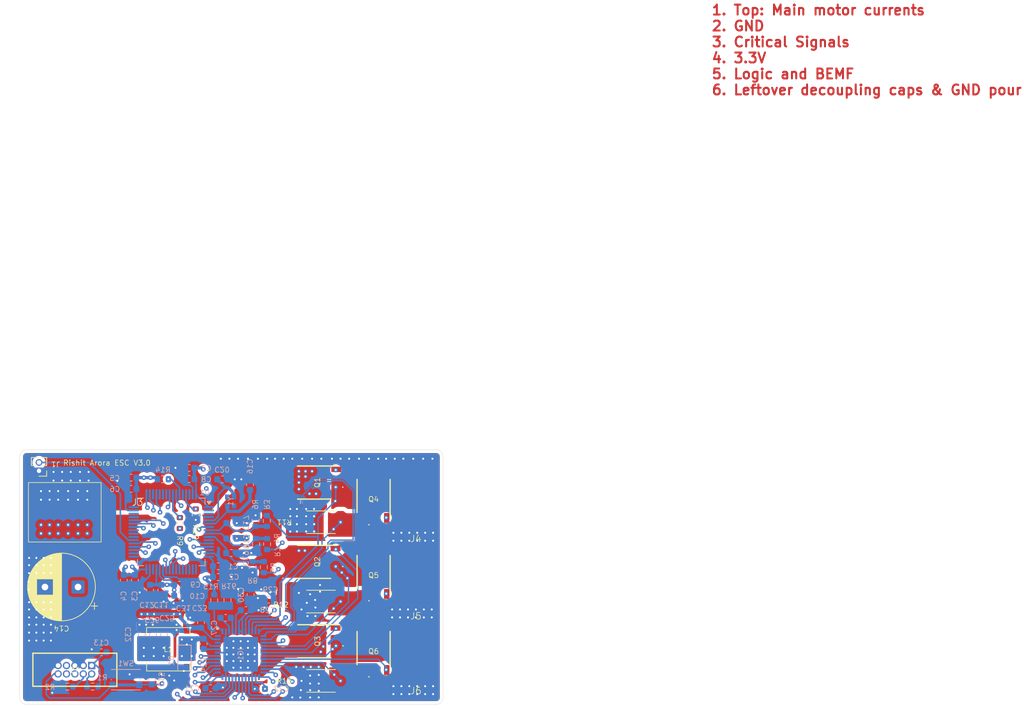
<source format=kicad_pcb>
(kicad_pcb (version 20241229) (generator "pcbnew") (generator_version "9.0")
  (layers (0 "F.Cu" signal) (4 "In1.Cu" power "GND") (6 "In2.Cu" signal "CRITICAL") (8 "In3.Cu" power "3.3V") (10 "In4.Cu" signal "LOGIC") (2 "B.Cu" signal "MIXED") (13 "F.Paste" user) (15 "B.Paste" user) (5 "F.SilkS" user "F.Silkscreen") (7 "B.SilkS" user "B.Silkscreen") (1 "F.Mask" user) (3 "B.Mask" user) (25 "Edge.Cuts" user))
  (net 0 "")
  (net 1 "+3.3V")
  (net 2 "GND")
  (net 3 "+BATT")
  (net 4 "RESET")
  (net 5 "OSC_OUT")
  (net 6 "VSENSE_A")
  (net 7 "VSENSE_B")
  (net 8 "VSENSE_C")
  (net 9 "OSC_IN")
  (net 10 "Net-(IC1-DVDD)")
  (net 11 "Net-(IC1-CB)")
  (net 12 "Net-(D1-K)")
  (net 13 "Net-(IC1-CPL)")
  (net 14 "Net-(IC1-CPH)")
  (net 15 "Net-(IC1-VCP)")
  (net 16 "SDI")
  (net 17 "INLC")
  (net 18 "SOB")
  (net 19 "INLA")
  (net 20 "NSCS")
  (net 21 "GLC")
  (net 22 "PHASE_C")
  (net 23 "DRIVER_EN")
  (net 24 "SCLK")
  (net 25 "PHASE_A")
  (net 26 "INLB")
  (net 28 "INHB")
  (net 29 "SOC")
  (net 30 "GLA")
  (net 31 "SDO")
  (net 32 "GHC")
  (net 33 "CAL")
  (net 34 "SENSE_A")
  (net 35 "GHA")
  (net 36 "GLB")
  (net 38 "SENSE_B")
  (net 39 "INHC")
  (net 40 "SOA")
  (net 41 "FAULT")
  (net 42 "GHB")
  (net 43 "Net-(IC1-FB)")
  (net 44 "PHASE_B")
  (net 45 "INHA")
  (net 46 "SENSE_C")
  (net 47 "INPUT_SIG")
  (net 48 "SWDIO")
  (net 50 "SWDCLK")
  (net 51 "SWO")
  (net 53 "Net-(U1-PB8)")
  (footprint "Drone_ESC_Local_Footprints:Power_Pads" (layer "F.Cu") (at 134.3 96.5)
    (property "Reference" "J3")
    (property "Value" "PWR")
  )
  (footprint "Custom_Global:BSC014N06NS" (layer "F.Cu") (at 181 93.533)
    (property "Reference" "Q4")
    (property "Value" "BSC014N06NS" (hide yes))
  )
  (footprint "Resistor_SMD:R_2512_6332Metric" (layer "F.Cu") (at 173.0375 121 180)
    (property "Reference" "R13")
    (property "Value" "1m")
  )
  (footprint "Drone_ESC_Local_Footprints:Motor_Pad" (layer "F.Cu") (at 187.4 123)
    (property "Reference" "J6")
    (property "Value" "Out_C")
  )
  (footprint "Custom_Global:BSC014N06NS" (layer "F.Cu") (at 172.5 103 90)
    (property "Reference" "Q2")
    (property "Value" "BSC014N06NS" (hide yes))
  )
  (footprint "Custom_Global:62701021621" (layer "F.Cu") (at 138.365302 118.676185 180)
    (property "Reference" "J2")
    (property "Value" "62701021621" (hide yes))
  )
  (footprint "Resistor_SMD:R_2512_6332Metric" (layer "F.Cu") (at 173.0375 109 180)
    (property "Reference" "R12")
    (property "Value" "1m")
  )
  (footprint "Resistor_SMD:R_0603_1608Metric" (layer "F.Cu") (at 151.7 97.125 -90)
    (property "Reference" "R9")
    (property "Value" "10k")
  )
  (footprint "Drone_ESC_Local_Footprints:Motor_Pad" (layer "F.Cu") (at 187.4 100)
    (property "Reference" "J4")
    (property "Value" "Out_A")
  )
  (footprint "Connector_PinHeader_1.27mm:PinHeader_1x02_P1.27mm_Vertical" (layer "F.Cu") (at 130.4 89.235 180)
    (property "Reference" "J1")
    (property "Value" "Input")
  )
  (footprint "Custom_Global:BSC014N06NS" (layer "F.Cu") (at 172.5 91 90)
    (property "Reference" "Q1")
    (property "Value" "BSC014N06NS" (hide yes))
  )
  (footprint "Drone_ESC_Local_Footprints:Motor_Pad" (layer "F.Cu") (at 187.4 111.7)
    (property "Reference" "J5")
    (property "Value" "Out_B")
  )
  (footprint "Custom_Global:BSC014N06NS" (layer "F.Cu") (at 181 116.533)
    (property "Reference" "Q6")
    (property "Value" "BSC014N06NS" (hide yes))
  )
  (footprint "Resistor_SMD:R_2512_6332Metric" (layer "F.Cu") (at 173.0375 97 180)
    (property "Reference" "R11")
    (property "Value" "1m")
  )
  (footprint "Capacitor_THT:CP_Radial_D10.0mm_P5.00mm" (layer "F.Cu") (at 136.3 106.8 180)
    (property "Reference" "C14")
    (property "Value" "470u")
  )
  (footprint "Custom_Global:BSC014N06NS" (layer "F.Cu") (at 172.533 115 90)
    (property "Reference" "Q3")
    (property "Value" "BSC014N06NS" (hide yes))
  )
  (footprint "Custom_Global:BSC014N06NS" (layer "F.Cu") (at 181 105.033)
    (property "Reference" "Q5")
    (property "Value" "BSC014N06NS" (hide yes))
  )
  (footprint "Resistor_SMD:R_0603_1608Metric" (layer "F.Cu") (at 154.1 95.825 -90)
    (property "Reference" "R10")
    (property "Value" "10k")
  )
  (footprint "Inductor_SMD:L_Vishay_IHLP-2525" (layer "F.Cu") (at 149.948002 116.217862)
    (property "Reference" "L1")
    (property "Value" "22u")
  )
  (footprint "Resistor_SMD:R_0603_1608Metric" (layer "B.Cu") (at 164.852785 96.810034 90)
    (property "Reference" "R3")
    (property "Value" "4.7k")
  )
  (footprint "Custom_Global:QFN50P700X700X100-49N-D" (layer "B.Cu") (at 160.898002 116.967862 -90)
    (property "Reference" "IC1")
    (property "Value" "DRV8323RSRGZR" (hide yes))
  )
  (footprint "Resistor_SMD:R_0603_1608Metric" (layer "B.Cu") (at 164.898002 100.307839 -90)
    (property "Reference" "R4")
    (property "Value" "4.7k")
  )
  (footprint "Resistor_SMD:R_0603_1608Metric" (layer "B.Cu") (at 158.898002 108.792862 90)
    (property "Reference" "R16")
    (property "Value" "10k")
  )
  (footprint "Capacitor_SMD:C_0603_1608Metric" (layer "B.Cu") (at 153.128502 88.783577 180)
    (property "Reference" "C7")
    (property "Value" "4.7u")
  )
  (footprint "Capacitor_SMD:C_0603_1608Metric" (layer "B.Cu") (at 145.948002 113.992862 90)
    (property "Reference" "C32")
    (property "Value" "10u")
  )
  (footprint "Resistor_SMD:R_0603_1608Metric" (layer "B.Cu") (at 163.15077 96.789225 -90)
    (property "Reference" "R6")
    (property "Value" "1k")
  )
  (footprint "Resistor_SMD:R_0603_1608Metric" (layer "B.Cu") (at 163.215346 100.294589 90)
    (property "Reference" "R7")
    (property "Value" "1k")
  )
  (footprint "Capacitor_SMD:C_0603_1608Metric" (layer "B.Cu") (at 162.308927 91.341086 -90)
    (property "Reference" "C16")
    (property "Value" "2.2p")
  )
  (footprint "Capacitor_SMD:C_0603_1608Metric" (layer "B.Cu") (at 144.898002 105.742862 -90)
    (property "Reference" "C3")
    (property "Value" "4.7u")
  )
  (footprint "Capacitor_SMD:C_0603_1608Metric" (layer "B.Cu") (at 144.347132 91.957487 180)
    (property "Reference" "C6")
    (property "Value" "100n")
  )
  (footprint "Resistor_SMD:R_0603_1608Metric" (layer "B.Cu") (at 149.142 90.5 180)
    (property "Reference" "R14")
    (property "Value" "10k")
  )
  (footprint "Capacitor_SMD:C_0603_1608Metric" (layer "B.Cu") (at 161.7 110.3)
    (property "Reference" "C28")
    (property "Value" "1u")
  )
  (footprint "Capacitor_SMD:C_0603_1608Metric" (layer "B.Cu") (at 154.898002 112.192862 -90)
    (property "Reference" "C23")
    (property "Value" "10u")
  )
  (footprint "Capacitor_SMD:C_0603_1608Metric" (layer "B.Cu") (at 147.467 120.775 90)
    (property "Reference" "C15")
    (property "Value" "100n")
  )
  (footprint "Diode_SMD:D_SMF" (layer "B.Cu") (at 152.4 117.95 -90)
    (property "Reference" "D1")
    (property "Value" "D_Schottky")
  )
  (footprint "Button_Switch_SMD:SW_Push_1P1T_NO_CK_KMR2" (layer "B.Cu") (at 143.532244 120.814067 180)
    (property "Reference" "SW1")
    (property "Value" "Reset")
  )
  (footprint "Capacitor_SMD:C_0603_1608Metric" (layer "B.Cu") (at 153.123002 90.467862 180)
    (property "Reference" "C8")
    (property "Value" "100n")
  )
  (footprint "Capacitor_SMD:C_0603_1608Metric" (layer "B.Cu") (at 165.125 108.7)
    (property "Reference" "C29")
    (property "Value" "100n")
  )
  (footprint "Capacitor_SMD:C_0603_1608Metric" (layer "B.Cu") (at 159.5 97.13772)
    (property "Reference" "C17")
    (property "Value" "10n")
  )
  (footprint "Capacitor_SMD:C_0603_1608Metric" (layer "B.Cu") (at 158.123002 90.517862)
    (property "Reference" "C20")
    (property "Value" "2.2p")
  )
  (footprint "Capacitor_SMD:C_0603_1608Metric" (layer "B.Cu") (at 151.617483 108.109655 180)
    (property "Reference" "C10")
    (property "Value" "1u")
  )
  (footprint "Resistor_SMD:R_0603_1608Metric" (layer "B.Cu") (at 134.698976 121.875895 180)
    (property "Reference" "R2")
    (property "Value" "100k")
  )
  (footprint "Capacitor_SMD:C_0603_1608Metric" (layer "B.Cu") (at 148.898002 107.242862 -90)
    (property "Reference" "C11")
    (property "Value" "10n")
  )
  (footprint "Capacitor_SMD:C_0603_1608Metric" (layer "B.Cu") (at 147.199891 107.241563 -90)
    (property "Reference" "C12")
    (property "Value" "1u")
  )
  (footprint "Capacitor_SMD:C_0603_1608Metric" (layer "B.Cu") (at 151.623002 106.467862 180)
    (property "Reference" "C9")
    (property "Value" "10n")
  )
  (footprint "Resistor_SMD:R_0603_1608Metric" (layer "B.Cu") (at 164.398002 103.792862 -90)
    (property "Reference" "R5")
    (property "Value" "4.7k")
  )
  (footprint "Capacitor_SMD:C_0603_1608Metric" (layer "B.Cu") (at 157.484603 103.65742)
    (property "Reference" "C1")
    (property "Value" "4.7u")
  )
  (footprint "Capacitor_SMD:C_0603_1608Metric" (layer "B.Cu") (at 144.344392 90.259421 180)
    (property "Reference" "C5")
    (property "Value" "4.7u")
  )
  (footprint "Capacitor_SMD:C_0603_1608Metric" (layer "B.Cu") (at 155.3 115.4 90)
    (property "Reference" "C24")
    (property "Value" "100n")
  )
  (footprint "Capacitor_SMD:C_0603_1608Metric" (layer "B.Cu") (at 162.4 107.925 90)
    (property "Reference" "C30")
    (property "Value" "10u")
  )
  (footprint "Capacitor_SMD:C_0603_1608Metric" (layer "B.Cu") (at 143.229086 105.756461 -90)
    (property "Reference" "C4")
    (property "Value" "100n")
  )
  (footprint "Resistor_SMD:R_0603_1608Metric" (layer "B.Cu") (at 162.715346 103.792862 90)
    (property "Reference" "R8")
    (property "Value" "1k")
  )
  (footprint "Capacitor_SMD:C_0603_1608Metric" (layer "B.Cu") (at 153.254788 112.193083 -90)
    (property "Reference" "C31")
    (property "Value" "10u")
  )
  (footprint "Package_QFP:LQFP-64_10x10mm_P0.5mm" (layer "B.Cu") (at 150.398002 98.467862 180)
    (property "Reference" "U1")
    (property "Value" "STM32G473RCTx")
  )
  (footprint "Capacitor_SMD:C_0603_1608Metric" (layer "B.Cu") (at 163.8 122.2 180)
    (property "Reference" "C22")
    (property "Value" "100n")
  )
  (footprint "Capacitor_SMD:C_0603_1608Metric" (layer "B.Cu") (at 147.640891 113.994165 90)
    (property "Reference" "C26")
    (property "Value" "10u")
  )
  (footprint "Capacitor_SMD:C_0603_1608Metric" (layer "B.Cu") (at 158.623002 111.467862)
    (property "Reference" "C27")
    (property "Value" "47n")
  )
  (footprint "Capacitor_SMD:C_0603_1608Metric" (layer "B.Cu") (at 159.486751 101.655718)
    (property "Reference" "C19")
    (property "Value" "10n")
  )
  (footprint "Capacitor_SMD:C_0603_1608Metric" (layer "B.Cu") (at 139.827894 116.669904 180)
    (property "Reference" "C13")
    (property "Value" "1u")
  )
  (footprint "Capacitor_SMD:C_0603_1608Metric" (layer "B.Cu") (at 159.5 99.46959)
    (property "Reference" "C18")
    (property "Value" "10n")
  )
  (footprint "Capacitor_SMD:C_0603_1608Metric" (layer "B.Cu") (at 149.294515 114.004698 90)
    (property "Reference" "C25")
    (property "Value" "10u")
  )
  (footprint "Capacitor_SMD:C_0603_1608Metric" (layer "B.Cu") (at 157.484603 105.302548)
    (property "Reference" "C2")
    (property "Value" "100n")
  )
  (footprint "Resistor_SMD:R_0603_1608Metric" (layer "B.Cu") (at 138.502863 121.864832 180)
    (property "Reference" "R1")
    (property "Value" "100k")
  )
  (footprint "Capacitor_SMD:C_0603_1608Metric" (layer "B.Cu") (at 156.361471 122.10954 180)
    (property "Reference" "C21")
    (property "Value" "1u")
  )
  (footprint "Custom_Global:XRCGB" (layer "B.Cu") (at 159.383761 93.854824 -90)
    (property "Reference" "Y1")
    (property "Value" "XRCGB24M000F3A00R0" (hide yes))
  )
  (footprint "Resistor_SMD:R_0603_1608Metric" (layer "B.Cu") (at 156.898002 108.792862 -90)
    (property "Reference" "R15")
    (property "Value" "33.2k")
  )
  (gr_arc (start 191.5 123.55) (mid 191.207107 124.257107) (end 190.5 124.55) (stroke (width 0.05)) (layer "Edge.Cuts"))
  (gr_arc (start 190.5 86.05) (mid 191.207107 86.342893) (end 191.5 87.05) (stroke (width 0.05)) (layer "Edge.Cuts"))
  (gr_line (start 128.5 86.05) (end 190.5 86.05) (stroke (width 0.05)) (layer "Edge.Cuts"))
  (gr_arc (start 127.5 87.05) (mid 127.792893 86.342893) (end 128.5 86.05) (stroke (width 0.05)) (layer "Edge.Cuts"))
  (gr_line (start 190.5 124.55) (end 128.5 124.55) (stroke (width 0.05)) (layer "Edge.Cuts"))
  (gr_line (start 127.5 123.55) (end 127.5 87.05) (stroke (width 0.05)) (layer "Edge.Cuts"))
  (gr_line (start 191.5 87.05) (end 191.5 123.55) (stroke (width 0.05)) (layer "Edge.Cuts"))
  (gr_arc (start 128.5 124.55) (mid 127.792893 124.257107) (end 127.5 123.55) (stroke (width 0.05)) (layer "Edge.Cuts"))
  (gr_text "1. Top: Main motor currents\n2. GND\n3. Critical Signals\n4. 3.3V\n5. Logic and BEMF\n6. Leftover decoupling caps & GND pour" (at 232 32.5 0) (layer "F.Cu") (effects (font (size 1.5 1.5) (thickness 0.3) (bold yes)) (justify left bottom)))
  (gr_text "Rishit Arora ESC V3.0" (at 134 88.5 0) (layer "F.SilkS") (effects (font (size 0.8 0.8) (thickness 0.1)) (justify left bottom)))
  (via (at 143.5 103.75) (size 0.7) (drill 0.3) (layers "F.Cu" "B.Cu") (net 1))
  (via (at 147.75 117.25) (size 0.7) (drill 0.3) (layers "F.Cu" "B.Cu") (net 1))
  (via (at 146.25 117.25) (size 0.7) (drill 0.3) (layers "F.Cu" "B.Cu") (net 1))
  (via (at 147.25 90.259421) (size 0.7) (drill 0.3) (layers "F.Cu" "B.Cu") (net 1))
  (via (at 149.25 116) (size 0.7) (drill 0.3) (layers "F.Cu" "B.Cu") (net 1))
  (via (at 150.842483 107.25) (size 0.7) (drill 0.3) (layers "F.Cu" "B.Cu") (net 1))
  (via (at 155.25 89) (size 0.7) (drill 0.3) (layers "F.Cu" "B.Cu") (net 1))
  (via (at 149.75 106.467862) (size 0.7) (drill 0.3) (layers "F.Cu" "B.Cu") (net 1))
  (via (at 149.25 117.25) (size 0.7) (drill 0.3) (layers "F.Cu" "B.Cu") (net 1))
  (via (at 164.575 122.2) (size 0.7) (drill 0.3) (layers "F.Cu" "B.Cu") (net 1))
  (via (at 155.5 105.5) (size 0.7) (drill 0.3) (layers "F.Cu" "B.Cu") (net 1))
  (via (at 147.75 116) (size 0.7) (drill 0.3) (layers "F.Cu" "B.Cu") (net 1))
  (via (at 146.25 116) (size 0.7) (drill 0.3) (layers "F.Cu" "B.Cu") (net 1))
  (via (at 146.25 90.259421) (size 0.7) (drill 0.3) (layers "F.Cu" "B.Cu") (net 1))
  (via (at 151.7 97.95) (size 0.7) (drill 0.3) (layers "F.Cu" "B.Cu") (net 1))
  (via (at 144.5 103.75) (size 0.7) (drill 0.3) (layers "F.Cu" "B.Cu") (net 1))
  (segment (start 150.25 105.75) (end 150.848002 106.348002) (width 0.25) (layer "B.Cu") (net 1))
  (segment (start 140.371583 116.669904) (end 138.365302 118.676185) (width 0.25) (layer "B.Cu") (net 1))
  (segment (start 148.148002 104.142862) (end 148.148002 106.364565) (width 0.25) (layer "B.Cu") (net 1))
  (segment (start 143.229086 104.981461) (end 143.229086 104.020914) (width 0.5) (layer "B.Cu") (net 1))
  (segment (start 140.602894 116.669904) (end 140.371583 116.669904) (width 0.25) (layer "B.Cu") (net 1))
  (segment (start 154.148002 92.792862) (end 156.073002 94.717862) (width 0.25) (layer "B.Cu") (net 1))
  (segment (start 145.057932 104.807932) (end 145.057932 104.307932) (width 0.5) (layer "B.Cu") (net 1))
  (segment (start 156.709603 103.65742) (end 156.709603 102.854463) (width 0.25) (layer "B.Cu") (net 1))
  (segment (start 163.172002 120.417862) (end 163.148002 120.417862) (width 0.25) (layer "B.Cu") (net 1))
  (segment (start 156.709603 103.65742) (end 156.709603 105.302548) (width 0.5) (layer "B.Cu") (net 1))
  (segment (start 156.709603 105.302548) (end 155.697452 105.302548) (width 0.5) (layer "B.Cu") (net 1))
  (segment (start 156.709603 102.854463) (end 156.073002 102.217862) (width 0.25) (layer "B.Cu") (net 1))
  (segment (start 148.648002 104.142862) (end 148.648002 105.148002) (width 0.25) (layer "B.Cu") (net 1))
  (segment (start 143.229086 104.981461) (end 144.884403 104.981461) (width 0.5) (layer "B.Cu") (net 1))
  (segment (start 153.898002 88.789077) (end 153.903502 88.783577) (width 0.5) (layer "B.Cu") (net 1))
  (segment (start 154.148002 92.792862) (end 154.148002 90.717862) (width 0.25) (layer "B.Cu") (net 1))
  (segment (start 139.6 121.592695) (end 139.6 119.2) (width 0.25) (layer "B.Cu") (net 1))
  (segment (start 148.076421 90.259421) (end 148.317 90.5) (width 0.5) (layer "B.Cu") (net 1))
  (segment (start 148 106.466563) (end 148.25 106.466563) (width 0.5) (layer "B.Cu") (net 1))
  (segment (start 163.172002 121.3) (end 163.172002 120.417862) (width 0.25) (layer "B.Cu") (net 1))
  (segment (start 148.648002 105.148002) (end 149.25 105.75) (width 0.25) (layer "B.Cu") (net 1))
  (segment (start 155.697452 105.302548) (end 155.5 105.5) (width 0.5) (layer "B.Cu") (net 1))
  (segment (start 148.25 106.466563) (end 148.896703 106.466563) (width 0.5) (layer "B.Cu") (net 1))
  (segment (start 145.057932 104.307932) (end 144.5 103.75) (width 0.5) (layer "B.Cu") (net 1))
  (segment (start 139.076185 118.676185) (end 138.365302 118.676185) (width 0.25) (layer "B.Cu") (net 1))
  (segment (start 145.119392 90.259421) (end 146.25 90.259421) (width 0.5) (layer "B.Cu") (net 1))
  (segment (start 155.033577 88.783577) (end 155.25 89) (width 0.5) (layer "B.Cu") (net 1))
  (segment (start 146.25 90.259421) (end 147.25 90.259421) (width 0.5) (layer "B.Cu") (net 1))
  (segment (start 148.148002 106.364565) (end 148.25 106.466563) (width 0.25) (layer "B.Cu") (net 1))
  (segment (start 164.575 122.2) (end 164.575 121.775) (width 0.25) (layer "B.Cu") (net 1))
  (segment (start 164.1 121.3) (end 163.172002 121.3) (width 0.25) (layer "B.Cu") (net 1))
  (segment (start 154.148002 90.717862) (end 153.898002 90.467862) (width 0.25) (layer "B.Cu") (net 1))
  (segment (start 145.723002 104.142862) (end 144.898002 104.967862) (width 0.25) (layer "B.Cu") (net 1))
  (segment (start 147.25 90.259421) (end 148.076421 90.259421) (width 0.5) (layer "B.Cu") (net 1))
  (segment (start 148.896703 106.466563) (end 148.898002 106.467862) (width 0.5) (layer "B.Cu") (net 1))
  (segment (start 145.119392 90.259421) (end 145.119392 91.954747) (width 0.5) (layer "B.Cu") (net 1))
  (segment (start 144.723002 94.717862) (end 144.723002 94.526998) (width 0.25) (layer "B.Cu") (net 1))
  (segment (start 148.898002 106.467862) (end 149.75 106.467862) (width 0.5) (layer "B.Cu") (net 1))
  (segment (start 147.199891 106.466563) (end 148 106.466563) (width 0.5) (layer "B.Cu") (net 1))
  (segment (start 156.898002 106.898002) (end 155.5 105.5) (width 0.5) (layer "B.Cu") (net 1))
  (segment (start 149.75 106.467862) (end 150.848002 106.467862) (width 0.5) (layer "B.Cu") (net 1))
  (segment (start 145.119392 91.954747) (end 145.122132 91.957487) (width 0.5) (layer "B.Cu") (net 1))
  (segment (start 139.6 119.2) (end 139.076185 118.676185) (width 0.25) (layer "B.Cu") (net 1))
  (segment (start 144.898002 104.967862) (end 145.057932 104.807932) (width 0.5) (layer "B.Cu") (net 1))
  (segment (start 150.842483 107.25) (end 150.842483 106.473381) (width 0.5) (layer "B.Cu") (net 1))
  (segment (start 146.648002 104.142862) (end 145.723002 104.142862) (width 0.25) (layer "B.Cu") (net 1))
  (segment (start 150.848002 106.348002) (end 150.848002 106.467862) (width 0.25) (layer "B.Cu") (net 1))
  (segment (start 150.842483 108.109655) (end 150.842483 107.25) (width 0.5) (layer "B.Cu") (net 1))
  (segment (start 145.122132 94.127868) (end 145.122132 91.957487) (width 0.25) (layer "B.Cu") (net 1))
  (segment (start 139.327863 121.864832) (end 139.6 121.592695) (width 0.25) (layer "B.Cu") (net 1))
  (segment (start 150.842483 106.473381) (end 150.848002 106.467862) (width 0.5) (layer "B.Cu") (net 1))
  (segment (start 144.884403 104.981461) (end 144.898002 104.967862) (width 0.5) (layer "B.Cu") (net 1))
  (segment (start 153.903502 88.783577) (end 155.033577 88.783577) (width 0.5) (layer "B.Cu") (net 1))
  (segment (start 156.898002 107.967862) (end 156.898002 106.898002) (width 0.5) (layer "B.Cu") (net 1))
  (segment (start 149.25 105.75) (end 150.25 105.75) (width 0.25) (layer "B.Cu") (net 1))
  (segment (start 144.723002 94.526998) (end 145.122132 94.127868) (width 0.25) (layer "B.Cu") (net 1))
  (segment (start 143.229086 104.020914) (end 143.5 103.75) (width 0.5) (layer "B.Cu") (net 1))
  (segment (start 164.575 121.775) (end 164.1 121.3) (width 0.25) (layer "B.Cu") (net 1))
  (segment (start 153.898002 90.467862) (end 153.898002 88.789077) (width 0.5) (layer "B.Cu") (net 1))
  (segment (start 148.648002 106.217862) (end 148.898002 106.467862) (width 0.25) (layer "B.Cu") (net 1))
  (via (at 132.2 111.4) (size 0.6) (drill 0.3) (layers "F.Cu" "B.Cu") (net 2))
  (via (at 162.7 104.617862) (size 0.7) (drill 0.3) (layers "F.Cu" "B.Cu") (net 2))
  (via (at 186.4 123) (size 0.6) (drill 0.3) (layers "F.Cu" "B.Cu") (net 2))
  (via (at 189.8 110.2) (size 0.6) (drill 0.3) (layers "F.Cu" "B.Cu") (net 2))
  (via (at 172.7 118.9) (size 0.7) (drill 0.3) (layers "F.Cu" "B.Cu") (net 2))
  (via (at 171.4 107.9) (size 0.6) (drill 0.3) (layers "F.Cu" "B.Cu") (net 2))
  (via (at 171.4 121.4) (size 0.7) (drill 0.3) (layers "F.Cu" "B.Cu") (net 2))
  (via (at 172.7 120.1) (size 0.7) (drill 0.3) (layers "F.Cu" "B.Cu") (net 2))
  (via (at 160.5 107.1) (size 0.7) (drill 0.3) (layers "F.Cu" "B.Cu") (net 2))
  (via (at 162 116) (size 0.7) (drill 0.3) (layers "F.Cu" "B.Cu") (net 2))
  (via (at 132 93.6) (size 0.7) (drill 0.3) (layers "F.Cu" "B.Cu") (net 2))
  (via (at 147.6 112.5) (size 0.7) (drill 0.3) (layers "F.Cu" "B.Cu") (net 2))
  (via (at 131.1 102.4) (size 0.6) (drill 0.3) (layers "F.Cu" "B.Cu") (net 2))
  (via (at 160.898002 116.967862) (size 0.7) (drill 0.3) (layers "F.Cu" "B.Cu") (net 2))
  (via (at 171.5 118.9) (size 0.7) (drill 0.3) (layers "F.Cu" "B.Cu") (net 2))
  (via (at 132.6 90.7) (size 0.7) (drill 0.3) (layers "F.Cu" "B.Cu") (net 2))
  (via (at 128.9 104.7) (size 0.6) (drill 0.3) (layers "F.Cu" "B.Cu") (net 2))
  (via (at 172 96.1) (size 0.6) (drill 0.3) (layers "F.Cu" "B.Cu") (net 2))
  (via (at 151.033577 88.783577) (size 0.7) (drill 0.3) (layers "F.Cu" "B.Cu") (net 2))
  (via (at 185 111.4) (size 0.6) (drill 0.3) (layers "F.Cu" "B.Cu") (net 2))
  (via (at 188.8 99.8) (size 0.6) (drill 0.3) (layers "F.Cu" "B.Cu") (net 2))
  (via (at 136.3 92.3) (size 0.7) (drill 0.3) (layers "F.Cu" "B.Cu") (net 2))
  (via (at 130 110.2) (size 0.6) (drill 0.3) (layers "F.Cu" "B.Cu") (net 2))
  (via (at 132.2 114.9) (size 0.6) (drill 0.3) (layers "F.Cu" "B.Cu") (net 2))
  (via (at 170.9 109.2) (size 0.6) (drill 0.3) (layers "F.Cu" "B.Cu") (net 2))
  (via (at 186.4 121.8) (size 0.6) (drill 0.3) (layers "F.Cu" "B.Cu") (net 2))
  (via (at 181.7 87.4) (size 0.7) (drill 0.3) (layers "F.Cu" "B.Cu") (net 2))
  (via (at 157.9 87.4) (size 0.7) (drill 0.3) (layers "F.Cu" "B.Cu") (net 2))
  (via (at 173.1 87.4) (size 0.7) (drill 0.3) (layers "F.Cu" "B.Cu") (net 2))
  (via (at 150.75 109.25) (size 0.7) (drill 0.3) (layers "F.Cu" "B.Cu") (net 2))
  (via (at 136.3 93.6) (size 0.7) (drill 0.3) (layers "F.Cu" "B.Cu") (net 2))
  (via (at 168.4 98.4) (size 0.6) (drill 0.3) (layers "F.Cu" "B.Cu") (net 2))
  (via (at 185.2 98.6) (size 0.6) (drill 0.3) (layers "F.Cu" "B.Cu") (net 2))
  (via (at 177.3 87.4) (size 0.7) (drill 0.3) (layers "F.Cu" "B.Cu") (net 2))
  (via (at 170.8 98.4) (size 0.6) (drill 0.3) (layers "F.Cu" "B.Cu") (net 2))
  (via (at 130.7 92.3) (size 0.7) (drill 0.3) (layers "F.Cu" "B.Cu") (net 2))
  (via (at 169.4 96.1) (size 0.6) (drill 0.3) (layers "F.Cu" "B.Cu") (net 2))
  (via (at 183.8 111.4) (size 0.6) (drill 0.3) (layers "F.Cu" "B.Cu") (net 2))
  (via (at 187 87.4) (size 0.7) (drill 0.3) (layers "F.Cu" "B.Cu") (net 2))
  (via (at 178.8 87.4) (size 0.7) (drill 0.3) (layers "F.Cu" "B.Cu") (net 2))
  (via (at 132.2 110.2) (size 0.6) (drill 0.3) (layers "F.Cu" "B.Cu") (net 2))
  (via (at 187.6 99.8) (size 0.6) (drill 0.3) (layers "F.Cu" "B.Cu") (net 2))
  (via (at 137.9 90.7) (size 0.7) (drill 0.3) (layers "F.Cu" "B.Cu") (net 2))
  (via (at 131.1 110.2) (size 0.6) (drill 0.3) (layers "F.Cu" "B.Cu") (net 2))
  (via (at 144.1 120.014067) (size 0.7) (drill 0.3) (layers "F.Cu" "B.Cu") (net 2))
  (via (at 170.2 87.4) (size 0.7) (drill 0.3) (layers "F.Cu" "B.Cu") (net 2))
  (via (at 159.8 115) (size 0.7) (drill 0.3) (layers "F.Cu" "B.Cu") (net 2))
  (via (at 163 116) (size 0.7) (drill 0.3) (layers "F.Cu" "B.Cu") (net 2))
  (via (at 189.9 87.4) (size 0.7) (drill 0.3) (layers "F.Cu" "B.Cu") (net 2))
  (via (at 160.3 97.13772) (size 0.7) (drill 0.3) (layers "F.Cu" "B.Cu") (net 2))
  (via (at 168.4 97.3) (size 0.6) (drill 0.3) (layers "F.Cu" "B.Cu") (net 2))
  (via (at 133.9 89.4) (size 0.7) (drill 0.3) (layers "F.Cu" "B.Cu") (net 2))
  (via (at 128.9 103.5) (size 0.6) (drill 0.3) (layers "F.Cu" "B.Cu") (net 2))
  (via (at 188.8 121.8) (size 0.6) (drill 0.3) (layers "F.Cu" "B.Cu") (net 2))
  (via (at 131.1 109.1) (size 0.6) (drill 0.3) (layers "F.Cu" "B.Cu") (net 2))
  (via (at 186.4 99.8) (size 0.6) (drill 0.3) (layers "F.Cu" "B.Cu") (net 2))
  (via (at 150.85 120.95) (size 0.7) (drill 0.3) (layers "F.Cu" "B.Cu") (net 2))
  (via (at 188.8 98.6) (size 0.6) (drill 0.3) (layers "F.Cu" "B.Cu") (net 2))
  (via (at 145.625 107.625) (size 0.7) (drill 0.3) (layers "F.Cu" "B.Cu") (net 2))
  (via (at 128.9 102.4) (size 0.6) (drill 0.3) (layers "F.Cu" "B.Cu") (net 2))
  (via (at 172.7 121.4) (size 0.7) (drill 0.3) (layers "F.Cu" "B.Cu") (net 2))
  (via (at 159.8 119) (size 0.7) (drill 0.3) (layers "F.Cu" "B.Cu") (net 2))
  (via (at 131.1 104.7) (size 0.6) (drill 0.3) (layers "F.Cu" "B.Cu") (net 2))
  (via (at 136.6 89.4) (size 0.7) (drill 0.3) (layers "F.Cu" "B.Cu") (net 2))
  (via (at 169.4 98.4) (size 0.6) (drill 0.3) (layers "F.Cu" "B.Cu") (net 2))
  (via (at 172.7 122.5) (size 0.7) (drill 0.3) (layers "F.Cu" "B.Cu") (net 2))
  (via (at 170.8 95) (size 0.6) (drill 0.3) (layers "F.Cu" "B.Cu") (net 2))
  (via (at 163.025 122.2) (size 0.7) (drill 0.3) (layers "F.Cu" "B.Cu") (net 2))
  (via (at 168.7 87.4) (size 0.7) (drill 0.3) (layers "F.Cu" "B.Cu") (net 2))
  (via (at 187.6 121.8) (size 0.6) (drill 0.3) (layers "F.Cu" "B.Cu") (net 2))
  (via (at 170.1 121) (size 0.7) (drill 0.3) (layers "F.Cu" "B.Cu") (net 2))
  (via (at 160.9 118) (size 0.7) (drill 0.3) (layers "F.Cu" "B.Cu") (net 2))
  (via (at 152.3 119.5) (size 0.7) (drill 0.3) (layers "F.Cu" "B.Cu") (net 2))
  (via (at 137.7 93.6) (size 0.7) (drill 0.3) (layers "F.Cu" "B.Cu") (net 2))
  (via (at 161.8 97.13772) (size 0.7) (drill 0.3) (layers "F.Cu" "B.Cu") (net 2))
  (via (at 128.9 111.4) (size 0.6) (drill 0.3) (layers "F.Cu" "B.Cu") (net 2))
  (via (at 185.5 87.4) (size 0.7) (drill 0.3) (layers "F.Cu" "B.Cu") (net 2))
  (via (at 172 98.4) (size 0.6) (drill 0.3) (layers "F.Cu" "B.Cu") (net 2))
  (via (at 170.4 118.9) (size 0.7) (drill 0.3) (layers "F.Cu" "B.Cu") (net 2))
  (via (at 172.7 123.5) (size 0.7) (drill 0.3) (layers "F.Cu" "B.Cu") (net 2))
  (via (at 131.1 111.4) (size 0.6) (drill 0.3) (layers "F.Cu" "B.Cu") (net 2))
  (via (at 169.3 118.9) (size 0.7) (drill 0.3) (layers "F.Cu" "B.Cu") (net 2))
  (via (at 190 98.6) (size 0.6) (drill 0.3) (layers "F.Cu" "B.Cu") (net 2))
  (via (at 158.8 118) (size 0.7) (drill 0.3) (layers "F.Cu" "B.Cu") (net 2))
  (via (at 154.1 96.65) (size 0.7) (drill 0.3) (layers "F.Cu" "B.Cu") (net 2))
  (via (at 184 99.8) (size 0.6) (drill 0.3) (layers "F.Cu" "B.Cu") (net 2))
  (via (at 180.3 87.4) (size 0.7) (drill 0.3) (layers "F.Cu" "B.Cu") (net 2))
  (via (at 130 109.1) (size 0.6) (drill 0.3) (layers "F.Cu" "B.Cu") (net 2))
  (via (at 190 99.8) (size 0.6) (drill 0.3) (layers "F.Cu" "B.Cu") (net 2))
  (via (at 172.2 109.9) (size 0.6) (drill 0.3) (layers "F.Cu" "B.Cu") (net 2))
  (via (at 174.7 87.4) (size 0.7) (drill 0.3) (layers "F.Cu" "B.Cu") (net 2))
  (via (at 130 103.5) (size 0.6) (drill 0.3) (layers "F.Cu" "B.Cu") (net 2))
  (via (at 130 102.4) (size 0.6) (drill 0.3) (layers "F.Cu" "B.Cu") (net 2))
  (via (at 172.9 106.5) (size 0.6) (drill 0.3) (layers "F.Cu" "B.Cu") (net 2))
  (via (at 171.4 123.5) (size 0.7) (drill 0.3) (layers "F.Cu" "B.Cu") (net 2))
  (via (at 186.2 110.2) (size 0.6) (drill 0.3) (layers "F.Cu" "B.Cu") (net 2))
  (via (at 159.2 87.4) (size 0.7) (drill 0.3) (layers "F.Cu" "B.Cu") (net 2))
  (via (at 164.001998 107.15) (size 0.7) (drill 0.3) (layers "F.Cu" "B.Cu") (net 2))
  (via (at 136.6 90.7) (size 0.7) (drill 0.3) (layers "F.Cu" "B.Cu") (net 2))
  (via (at 159.8 117) (size 0.7) (drill 0.3) (layers "F.Cu" "B.Cu") (net 2))
  (via (at 169.4 95) (size 0.6) (drill 0.3) (layers "F.Cu" "B.Cu") (net 2))
  (via (at 185.2 99.8) (size 0.6) (drill 0.3) (layers "F.Cu" "B.Cu") (net 2))
  (via (at 185.2 121.8) (size 0.6) (drill 0.3) (layers "F.Cu" "B.Cu") (net 2))
  (via (at 168.7 123.5) (size 0.7) (drill 0.3) (layers "F.Cu" "B.Cu") (net 2))
  (via (at 188.5 87.4) (size 0.7) (drill 0.3) (layers "F.Cu" "B.Cu") (net 2))
  (via (at 131.1 103.5) (size 0.6) (drill 0.3) (layers "F.Cu" "B.Cu") (net 2))
  (via (at 142.25 90.75) (size 0.7) (drill 0.3) (layers "F.Cu" "B.Cu") (net 2))
  (via (at 172 97.3) (size 0.6) (drill 0.3) (layers "F.Cu" "B.Cu") (net 2))
  (via (at 161.1 103.9) (size 0.7) (drill 0.3) (layers "F.Cu" "B.Cu") (net 2))
  (via (at 161 90.517862) (size 0.7) (drill 0.3) (layers "F.Cu" "B.Cu") (net 2))
  (via (at 190 123) (size 0.6) (drill 0.3) (layers "F.Cu" "B.Cu") (net 2))
  (via (at 159.8 118) (size 0.7) (drill 0.3) (layers "F.Cu" "B.Cu") (net 2))
  (via (at 146.6 112.5) (size 0.7) (drill 0.3) (layers "F.Cu" "B.Cu") (net 2))
  (via (at 161.4 101.655718) (size 0.7) (drill 0.3) (layers "F.Cu" "B.Cu") (net 2))
  (via (at 158.8 117) (size 0.7) (drill 0.3) (layers "F.Cu" "B.Cu") (net 2))
  (via (at 131.1 112.5) (size 0.6) (drill 0.3) (layers "F.Cu" "B.Cu") (net 2))
  (via (at 132.2 104.7) (size 0.6) (drill 0.3) (layers "F.Cu" "B.Cu") (net 2))
  (via (at 130 112.5) (size 0.6) (drill 0.3) (layers "F.Cu" "B.Cu") (net 2))
  (via (at 131.1 113.7) (size 0.6) (drill 0.3) (layers "F.Cu" "B.Cu") (net 2))
  (via (at 149.25 109) (size 0.7) (drill 0.3) (layers "F.Cu" "B.Cu") (net 2))
  (via (at 152.125 108.875) (size 0.7) (drill 0.3) (layers "F.Cu" "B.Cu") (net 2))
  (via (at 187.6 98.6) (size 0.6) (drill 0.3) (layers "F.Cu" "B.Cu") (net 2))
  (via (at 131.1 114.9) (size 0.6) (drill 0.3) (layers "F.Cu" "B.Cu") (net 2))
  (via (at 132.2 103.5) (size 0.6) (drill 0.3) (layers "F.Cu" "B.Cu") (net 2))
  (via (at 160.9 115) (size 0.7) (drill 0.3) (layers "F.Cu" "B.Cu") (net 2))
  (via (at 190 121.8) (size 0.6) (drill 0.3) (layers "F.Cu" "B.Cu") (net 2))
  (via (at 128.8 106) (size 0.6) (drill 0.3) (layers "F.Cu" "B.Cu") (net 2))
  (via (at 128.9 114.9) (size 0.6) (drill 0.3) (layers "F.Cu" "B.Cu") (net 2))
  (via (at 132.2 109.1) (size 0.6) (drill 0.3) (layers "F.Cu" "B.Cu") (net 2))
  (via (at 172.153633 108.761239) (size 0.6) (drill 0.3) (layers "F.Cu" "B.Cu") (net 2))
  (via (at 163.15077 95.964225) (size 0.7) (drill 0.3) (layers "F.Cu" "B.Cu") (net 2))
  (via (at 169.915873 123.519275) (size 0.7) (drill 0.3) (layers "F.Cu" "B.Cu") (net 2))
  (via (at 172 95) (size 0.6) (drill 0.3) (layers "F.Cu" "B.Cu") (net 2))
  (via (at 160.5 87.4) (size 0.7) (drill 0.3) (layers "F.Cu" "B.Cu") (net 2))
  (via (at 168.4 96.1) (size 0.6) (drill 0.3) (layers "F.Cu" "B.Cu") (net 2))
  (via (at 162 119) (size 0.7) (drill 0.3) (layers "F.Cu" "B.Cu") (net 2))
  (via (at 172.9 107.5) (size 0.6) (drill 0.3) (layers "F.Cu" "B.Cu") (net 2))
  (via (at 128.8 107.2) (size 0.6) (drill 0.3) (layers "F.Cu" "B.Cu") (net 2))
  (via (at 133.3 92.3) (size 0.7) (drill 0.3) (layers "F.Cu" "B.Cu") (net 2))
  (via (at 158.8 116) (size 0.7) (drill 0.3) (layers "F.Cu" "B.Cu") (net 2))
  (via (at 132.2 112.5) (size 0.6) (drill 0.3) (layers "F.Cu" "B.Cu") (net 2))
  (via (at 184 121.8) (size 0.6) (drill 0.3) (layers "F.Cu" "B.Cu") (net 2))
  (via (at 160.9 116) (size 0.7) (drill 0.3) (layers "F.Cu" "B.Cu") (net 2))
  (via (at 160.3 99.46959) (size 0.7) (drill 0.3) (layers "F.Cu" "B.Cu") (net 2))
  (via (at 162 87.4) (size 0.7) (drill 0.3) (layers "F.Cu" "B.Cu") (net 2))
  (via (at 189.8 111.4) (size 0.6) (drill 0.3) (layers "F.Cu" "B.Cu") (net 2))
  (via (at 162 117) (size 0.7) (drill 0.3) (layers "F.Cu" "B.Cu") (net 2))
  (via (at 169.4 97.3) (size 0.6) (drill 0.3) (layers "F.Cu" "B.Cu") (net 2))
  (via (at 130 104.7) (size 0.6) (drill 0.3) (layers "F.Cu" "B.Cu") (net 2))
  (via (at 133.3 93.6) (size 0.7) (drill 0.3) (layers "F.Cu" "B.Cu") (net 2))
  (via (at 187.6 123) (size 0.6) (drill 0.3) (layers "F.Cu" "B.Cu") (net 2))
  (via (at 158.2 122) (size 0.7) (drill 0.3) (layers "F.Cu" "B.Cu") (net 2))
  (via (at 137.9 89.4) (size 0.7) (drill 0.3) (layers "F.Cu" "B.Cu") (net 2))
  (via (at 128.9 112.5) (size 0.6) (drill 0.3) (layers "F.Cu" "B.Cu") (net 2))
  (via (at 166.1 87.4) (size 0.7) (drill 0.3) (layers "F.Cu" "B.Cu") (net 2))
  (via (at 128.9 113.7) (size 0.6) (drill 0.3) (layers "F.Cu" "B.Cu") (net 2))
  (via (at 130 114.9) (size 0.6) (drill 0.3) (layers "F.Cu" "B.Cu") (net 2))
  (via (at 132.4 122.8) (size 0.7) (drill 0.3) (layers "F.Cu" "B.Cu") (net 2))
  (via (at 159.8 116) (size 0.7) (drill 0.3) (layers "F.Cu" "B.Cu") (net 2))
  (via (at 145.6 112.5) (size 0.7) (drill 0.3) (layers "F.Cu" "B.Cu") (net 2))
  (via (at 132.2 113.7) (size 0.6) (drill 0.3) (layers "F.Cu" "B.Cu") (net 2))
  (via (at 160.9 119) (size 0.7) (drill 0.3) (layers "F.Cu" "B.Cu") (net 2))
  (via (at 170.8 97.3) (size 0.6) (drill 0.3) (layers "F.Cu" "B.Cu") (net 2))
  (via (at 132.6 89.4) (size 0.7) (drill 0.3) (layers "F.Cu" "B.Cu") (net 2))
  (via (at 161.8 99.4) (size 0.7) (drill 0.3) (layers "F.Cu" "B.Cu") (net 2))
  (via (at 130 113.7) (size 0.6) (drill 0.3) (layers "F.Cu" "B.Cu") (net 2))
  (via (at 135.2 89.4) (size 0.7) (drill 0.3) (layers "F.Cu" "B.Cu") (net 2))
  (via (at 171.7 87.4) (size 0.7) (drill 0.3) (layers "F.Cu" "B.Cu") (net 2))
  (via (at 150.1 120.2) (size 0.7) (drill 0.3) (layers "F.Cu" "B.Cu") (net 2))
  (via (at 134.8 92.3) (size 0.7) (drill 0.3) (layers "F.Cu" "B.Cu") (net 2))
  (via (at 188.8 123) (size 0.6) (drill 0.3) (layers "F.Cu" "B.Cu") (net 2))
  (via (at 171.4 122.4) (size 0.7) (drill 0.3) (layers "F.Cu" "B.Cu") (net 2))
  (via (at 176 87.4) (size 0.7) (drill 0.3) (layers "F.Cu" "B.Cu") (net 2))
  (via (at 128.9 109.1) (size 0.6) (drill 0.3) (layers "F.Cu" "B.Cu") (net 2))
  (via (at 137.7 92.3) (size 0.7) (drill 0.3) (layers "F.Cu" "B.Cu") (net 2))
  (via (at 162.5 101.655718) (size 0.7) (drill 0.3) (layers "F.Cu" "B.Cu") (net 2))
  (via (at 151.2 113.3) (size 0.7) (drill 0.3) (layers "F.Cu" "B.Cu") (net 2))
  (via (at 153.254788 111.418083) (size 0.7) (drill 0.3) (layers "F.Cu" "B.Cu") (net 2))
  (via (at 186.2 111.4) (size 0.6) (drill 0.3) (layers "F.Cu" "B.Cu") (net 2))
  (via (at 128.9 110.2) (size 0.6) (drill 0.3) (layers "F.Cu" "B.Cu") (net 2))
  (via (at 171.4 120.2) (size 0.7) (drill 0.3) (layers "F.Cu" "B.Cu") (net 2))
  (via (at 162 118) (size 0.7) (drill 0.3) (layers "F.Cu" "B.Cu") (net 2))
  (via (at 184 98.6) (size 0.6) (drill 0.3) (layers "F.Cu" "B.Cu") (net 2))
  (via (at 164.9 87.4) (size 0.7) (drill 0.3) (layers "F.Cu" "B.Cu") (net 2))
  (via (at 159.5 105.25) (size 0.7) (drill 0.3) (layers "F.Cu" "B.Cu") (net 2))
  (via (at 183.8 110.2) (size 0.6) (drill 0.3) (layers "F.Cu" "B.Cu") (net 2))
  (via (at 135.2 90.7) (size 0.7) (drill 0.3) (layers "F.Cu" "B.Cu") (net 2))
  (via (at 148.9 120) (size 0.7) (drill 0.3) (layers "F.Cu" "B.Cu") (net 2))
  (via (at 168.4 95) (size 0.6) (drill 0.3) (layers "F.Cu" "B.Cu") (net 2))
  (via (at 132 92.3) (size 0.7) (drill 0.3) (layers "F.Cu" "B.Cu") (net 2))
  (via (at 185 110.2) (size 0.6) (drill 0.3) (layers "F.Cu" "B.Cu") (net 2))
  (via (at 182.9 87.4) (size 0.7) (drill 0.3) (layers "F.Cu" "B.Cu") (net 2))
  (via (at 167.4 87.4) (size 0.7) (drill 0.3) (layers "F.Cu" "B.Cu") (net 2))
  (via (at 163.5 87.4) (size 0.7) (drill 0.3) (layers "F.Cu" "B.Cu") (net 2))
  (via (at 151.2 112.5) (size 0.7) (drill 0.3) (layers "F.Cu" "B.Cu") (net 2))
  (via (at 188.6 111.4) (size 0.6) (drill 0.3) (layers "F.Cu" "B.Cu") (net 2))
  (via (at 133.9 90.7) (size 0.7) (drill 0.3) (layers "F.Cu" "B.Cu") (net 2))
  (via (at 171 111.2) (size 0.6) (drill 0.3) (layers "F.Cu" "B.Cu") (net 2))
  (via (at 170 122.4) (size 0.7) (drill 0.3) (layers "F.Cu" "B.Cu") (net 2))
  (via (at 170.1 110.2) (size 0.7) (drill 0.3) (layers "F.Cu" "B.Cu") (net 2))
  (via (at 130.7 93.6) (size 0.7) (drill 0.3) (layers "F.Cu" "B.Cu") (net 2))
  (via (at 184 123) (size 0.6) (drill 0.3) (layers "F.Cu" "B.Cu") (net 2))
  (via (at 170.8 96.1) (size 0.6) (drill 0.3) (layers "F.Cu" "B.Cu") (net 2))
  (via (at 130 111.4) (size 0.6) (drill 0.3) (layers "F.Cu" "B.Cu") (net 2))
  (via (at 186.4 98.6) (size 0.6) (drill 0.3) (layers "F.Cu" "B.Cu") (net 2))
  (via (at 187.4 110.2) (size 0.6) (drill 0.3) (layers "F.Cu" "B.Cu") (net 2))
  (via (at 162 115) (size 0.7) (drill 0.3) (layers "F.Cu" "B.Cu") (net 2))
  (via (at 134.8 93.6) (size 0.7) (drill 0.3) (layers "F.Cu" "B.Cu") (net 2))
  (via (at 172.2 111.2) (size 0.6) (drill 0.3) (layers "F.Cu" "B.Cu") (net 2))
  (via (at 132.2 102.4) (size 0.6) (drill 0.3) (layers "F.Cu" "B.Cu") (net 2))
  (via (at 160 90.517862) (size 0.7) (drill 0.3) (layers "F.Cu" "B.Cu") (net 2))
  (via (at 163 117) (size 0.7) (drill 0.3) (layers "F.Cu" "B.Cu") (net 2))
  (via (at 169.7 107.7) (size 0.6) (drill 0.3) (layers "F.Cu" "B.Cu") (net 2))
  (via (at 163 118) (size 0.7) (drill 0.3) (layers "F.Cu" "B.Cu") (net 2))
  (via (at 185.2 123) (size 0.6) (drill 0.3) (layers "F.Cu" "B.Cu") (net 2))
  (via (at 184.2 87.4) (size 0.7) (drill 0.3) (layers "F.Cu" "B.Cu") (net 2))
  (via (at 165.376998 107.607138) (size 0.7) (drill 0.3) (layers "F.Cu" "B.Cu") (net 2))
  (via (at 188.6 110.2) (size 0.6) (drill 0.3) (layers "F.Cu" "B.Cu") (net 2))
  (via (at 187.4 111.4) (size 0.6) (drill 0.3) (layers "F.Cu" "B.Cu") (net 2))
  (segment (start 158.312151 105.25) (end 159.5 105.25) (width 0.5) (layer "B.Cu") (net 2))
  (segment (start 152.348002 90.467862) (end 152.348002 88.789077) (width 0.5) (layer "B.Cu") (net 2))
  (segment (start 174.1 100.1) (end 174.5 99.7) (width 0.2) (layer "B.Cu") (net 2))
  (segment (start 159.632138 107.967862) (end 160.5 107.1) (width 0.5) (layer "B.Cu") (net 2))
  (segment (start 160.275 99.46959) (end 160.3 99.46959) (width 0.5) (layer "B.Cu") (net 2))
  (segment (start 153.254788 111.418083) (end 154.897781 111.418083) (width 0.75) (layer "B.Cu") (net 2))
  (segment (start 158.648002 119.217862) (end 160.898002 116.967862) (width 0.25) (layer "B.Cu") (net 2))
  (segment (start 157.448002 116.717862) (end 160.648002 116.717862) (width 0.25) (layer "B.Cu") (net 2))
  (segment (start 133.873976 121.875895) (end 133.324105 121.875895) (width 0.25) (layer "B.Cu") (net 2))
  (segment (start 149.148002 104.98704) (end 149.459962 105.299) (width 0.25) (layer "B.Cu") (net 2))
  (segment (start 163.782138 113.517862) (end 164.2 113.1) (width 0.2) (layer "B.Cu") (net 2))
  (segment (start 142 116.1) (end 141.4 115.5) (width 0.2) (layer "B.Cu") (net 2))
  (segment (start 143.5 94.935724) (end 143.5 92.029619) (width 0.25) (layer "B.Cu") (net 2))
  (segment (start 158.898002 107.967862) (end 159.632138 107.967862) (width 0.5) (layer "B.Cu") (net 2))
  (segment (start 152.398002 106.467862) (end 152.398002 108.104136) (width 0.5) (layer "B.Cu") (net 2))
  (segment (start 148.896703 108.016563) (end 148.898002 108.017862) (width 0.5) (layer "B.Cu") (net 2))
  (segment (start 167.8 113.1) (end 169 111.9) (width 0.2) (layer "B.Cu") (net 2))
  (segment (start 161.817862 104.617862) (end 161.1 103.9) (width 0.5) (layer "B.Cu") (net 2))
  (segment (start 160 90.517862) (end 161 90.517862) (width 0.5) (layer "B.Cu") (net 2))
  (segment (start 156.91718 101.717862) (end 156.073002 101.717862) (width 0.25) (layer "B.Cu") (net 2))
  (segment (start 148 108.016563) (end 148.896703 108.016563) (width 0.5) (layer "B.Cu") (net 2))
  (segment (start 167.817862 118.717862) (end 170.1 121) (width 0.2) (layer "B.Cu") (net 2))
  (segment (start 162.4 107.15) (end 164.001998 107.15) (width 0.5) (layer "B.Cu") (net 2))
  (segment (start 141.482244 120.014067) (end 142 119.496311) (width 0.2) (layer "B.Cu") (net 2))
  (segment (start 161.4 101.655718) (end 162.5 101.655718) (width 0.5) (layer "B.Cu") (net 2))
  (segment (start 154.897781 111.418083) (end 154.898002 111.417862) (width 0.75) (layer "B.Cu") (net 2))
  (segment (start 143.572132 90.262161) (end 143.569392 90.259421) (width 0.5) (layer "B.Cu") (net 2))
  (segment (start 164.91986 107.15) (end 165.376998 107.607138) (width 0.5) (layer "B.Cu") (net 2))
  (segment (start 176.3 90.7) (end 172.5 90.7) (width 0.2) (layer "B.Cu") (net 2))
  (segment (start 157.136471 122.10954) (end 158.14046 122.10954) (width 0.5) (layer "B.Cu") (net 2))
  (segment (start 144.1 120.014067) (end 145.582244 120.014067) (width 0.5) (layer "B.Cu") (net 2))
  (segment (start 147.199891 108.016563) (end 148 108.016563) (width 0.5) (layer "B.Cu") (net 2))
  (segment (start 177.9 92.3) (end 176.3 90.7) (width 0.2) (layer "B.Cu") (net 2))
  (segment (start 149.148002 104.142862) (end 149.148002 104.98704) (width 0.25) (layer "B.Cu") (net 2))
  (segment (start 153.254788 111.418083) (end 153.254788 110.004788) (width 0.5) (layer "B.Cu") (net 2))
  (segment (start 164.348002 118.717862) (end 167.817862 118.717862) (width 0.2) (layer "B.Cu") (net 2))
  (segment (start 143.782138 95.217862) (end 143.5 94.935724) (width 0.25) (layer "B.Cu") (net 2))
  (segment (start 152.3 119.5) (end 150.85 120.95) (width 0.75) (layer "B.Cu") (net 2))
  (segment (start 143.5 92.029619) (end 143.572132 91.957487) (width 0.25) (layer "B.Cu") (net 2))
  (segment (start 160.261751 101.655718) (end 161.4 101.655718) (width 0.5) (layer "B.Cu") (net 2))
  (segment (start 158.648002 114.717862) (end 160.898002 116.967862) (width 0.25) (layer "B.Cu") (net 2))
  (segment (start 144 106.531461) (end 144.884403 106.531461) (width 0.5) (layer "B.Cu") (net 2))
  (segment (start 158.648002 120.417862) (end 158.648002 119.217862) (width 0.25) (layer "B.Cu") (net 2))
  (segment (start 164.965864 113.6) (end 169.1 113.6) (width 0.2) (layer "B.Cu") (net 2))
  (segment (start 174.5 99.7) (end 177.9 99.7) (width 0.2) (layer "B.Cu") (net 2))
  (segment (start 162.648002 120.417862) (end 162.648002 121.823002) (width 0.25) (layer "B.Cu") (net 2))
  (segment (start 144.723002 95.217862) (end 143.782138 95.217862) (width 0.25) (layer "B.Cu") (net 2))
  (segment (start 141.4 115.5) (end 139.5 115.5) (width 0.2) (layer "B.Cu") (net 2))
  (segment (start 133.324105 121.875895) (end 132.4 122.8) (width 0.25) (layer "B.Cu") (net 2))
  (segment (start 153.254788 110.004788) (end 152.125 108.875) (width 0.5) (layer "B.Cu") (net 2))
  (segment (start 149.459962 105.299) (end 151.22914 105.299) (width 0.25) (layer "B.Cu") (net 2))
  (segment (start 152.348002 88.789077) (end 152.353502 88.783577) (width 0.5) (layer "B.Cu") (net 2))
  (segment (start 165.376998 107.607138) (end 165.9 108.13014) (width 0.5) (layer "B.Cu") (net 2))
  (segment (start 168.5 109.9) (end 168.5 106.6) (width 0.2) (layer "B.Cu") (net 2))
  (segment (start 147.148002 104.142862) (end 147.148002 105.101998) (width 0.25) (layer "B.Cu") (net 2))
  (segment (start 151.75 109.25) (end 152.125 108.875) (width 0.5) (layer "B.Cu") (net 2))
  (segment (start 150.85 120.95) (end 150.7 121.1) (width 0.75) (layer "B.Cu") (net 2))
  (segment (start 165.9 108.13014) (end 165.9 108.7) (width 0.5) (layer "B.Cu") (net 2))
  (segment (start 152.125 108.875) (end 152.392483 108.607517) (width 0.5) (layer "B.Cu") (net 2))
  (segment (start 150.75 109.25) (end 151.75 109.25) (width 0.5) (layer "B.Cu") (net 2))
  (segment (start 145.596311 120) (end 145.582244 120.014067) (width 0.25) (layer "B.Cu") (net 2))
  (segment (start 160.3 97.13772) (end 161.8 97.13772) (width 0.5) (layer "B.Cu") (net 2))
  (segment (start 158.259603 103.060285) (end 156.91718 101.717862) (width 0.25) (layer "B.Cu") (net 2))
  (segment (start 137.095302 117.898368) (end 138.323766 116.669904) (width 0.2) (layer "B.Cu") (net 2))
  (segment (start 161 90.517862) (end 162.260703 90.517862) (width 0.5) (layer "B.Cu") (net 2))
  (segment (start 139.5 115.5) (end 139.052894 115.947106) (width 0.2) (layer "B.Cu") (net 2))
  (segment (start 144.884403 106.531461) (end 144.898002 106.517862) (width 0.5) (layer "B.Cu") (net 2))
  (segment (start 145.732138 106.517862) (end 144.898002 106.517862) (width 0.25) (layer "B.Cu") (net 2))
  (segment (start 162.648002 121.823002) (end 163.025 122.2) (width 0.25) (layer "B.Cu") (net 2))
  (segment (start 163.648002 113.517862) (end 163.782138 113.517862) (width 0.2) (layer "B.Cu") (net 2))
  (segment (start 144.898002 106.517862) (end 144.898002 106.898002) (width 0.5) (layer "B.Cu") (net 2))
  (segment (start 160.648002 116.717862) (end 160.898002 116.967862) (width 0.25) (layer "B.Cu") (net 2))
  (segment (start 161.8 97.13772) (end 161.977275 97.13772) (width 0.5) (layer "B.Cu") (net 2))
  (segment (start 148.898002 108.648002) (end 149.25 109) (width 0.5) (layer "B.Cu") (net 2))
  (segment (start 172.5 90.7) (end 170.075 93.125) (width 0.2) (layer "B.Cu") (net 2))
  (segment (start 162.648002 118.717862) (end 160.898002 116.967862) (width 0.25) (layer "B.Cu") (net 2))
  (segment (start 160.55 107.15) (end 160.5 107.1) (width 0.5) (layer "B.Cu") (net 2))
  (segment (start 168.5 106.6) (end 174.1 101) (width 0.2) (layer "B.Cu") (net 2))
  (segment (start 141.482244 120.014067) (end 144.1 120.014067) (width 0.5) (layer "B.Cu") (net 2))
  (segment (start 161.977275 97.13772) (end 163.15077 95.964225) (width 0.5) (layer "B.Cu") (net 2))
  (segment (start 147.467 120) (end 145.596311 120) (width 0.25) (layer "B.Cu") (net 2))
  (segment (start 145.625 107.625) (end 146.016563 108.016563) (width 0.5) (layer "B.Cu") (net 2))
  (segment (start 148.9 120) (end 149.9 120) (width 0.5) (layer "B.Cu") (net 2))
  (segment (start 138.323766 116.669904) (end 139.052894 116.669904) (width 0.2) (layer "B.Cu") (net 2))
  (segment (start 170.1 112.6) (end 170.1 110.2) (width 0.2) (layer "B.Cu") (net 2))
  (segment (start 162.5 101.655718) (end 162.679217 101.655718) (width 0.5) (layer "B.Cu") (net 2))
  (segment (start 164.348002 114.217862) (end 164.965864 113.6) (width 0.2) (layer "B.Cu") (net 2))
  (segment (start 152.4 119.4) (end 152.3 119.5) (width 0.75) (layer "B.Cu") (net 2))
  (segment (start 164.2 113.1) (end 167.8 113.1) (width 0.2) (layer "B.Cu") (net 2))
  (segment (start 137.095302 118.676185) (end 137.095302 117.898368) (width 0.2) (layer "B.Cu") (net 2))
  (segment (start 162.679217 101.655718) (end 163.215346 101.119589) (width 0.5) (layer "B.Cu") (net 2))
  (segment (start 164.001998 107.15) (end 164.91986 107.15) (width 0.5) (layer "B.Cu") (net 2))
  (segment (start 158.648002 121.601998) (end 158.648002 120.417862) (width 0.25) (layer "B.Cu") (net 2))
  (segment (start 177.9 99.7) (end 177.9 92.3) (width 0.2) (layer "B.Cu") (net 2))
  (segment (start 158.14046 122.10954) (end 158.648002 121.601998) (width 0.5) (layer "B.Cu") (net 2))
  (segment (start 142 119.496311) (end 142 116.1) (width 0.2) (layer "B.Cu") (net 2))
  (segment (start 162.4 107.15) (end 160.55 107.15) (width 0.5) (layer "B.Cu") (net 2))
  (segment (start 153.648002 92.792862) (end 153.648002 91.767862) (width 0.25) (layer "B.Cu") (net 2))
  (segment (start 142.25 90.75) (end 142.740579 90.259421) (width 0.5) (layer "B.Cu") (net 2))
  (segment (start 170.075 93.125) (end 170.075 97) (width 0.2) (layer "B.Cu") (net 2))
  (segment (start 169 110.4) (end 168.5 109.9) (width 0.2) (layer "B.Cu") (net 2))
  (segment (start 161.73041 99.46959) (end 161.8 99.4) (width 0.5) (layer "B.Cu") (net 2))
  (segment (start 149.5 109.25) (end 150.75 109.25) (width 0.5) (layer "B.Cu") (net 2))
  (segment (start 146.016563 108.016563) (end 147.199891 108.016563) (width 0.5) (layer "B.Cu") (net 2))
  (segment (start 169.1 113.6) (end 170.1 112.6) (width 0.2) (layer "B.Cu") (net 2))
  (segment (start 158.648002 113.517862) (end 158.648002 114.717862) (width 0.25) (layer "B.Cu") (net 2))
  (segment (start 162.715346 104.617862) (end 162.7 104.617862) (width 0.5) (layer "B.Cu") (net 2))
  (segment (start 152.392483 108.607517) (end 152.392483 108.109655) (width 0.5) (layer "B.Cu") (net 2))
  (segment (start 151.22914 105.299) (end 152.398002 106.467862) (width 0.25) (layer "B.Cu") (net 2))
  (segment (start 148.898002 108.017862) (end 148.898002 108.648002) (width 0.5) (layer "B.Cu") (net 2))
  (segment (start 139.052894 115.947106) (end 139.052894 116.669904) (width 0.2) (layer "B.Cu") (net 2))
  (segment (start 150.1 120.2) (end 150.85 120.95) (width 0.5) (layer "B.Cu") (net 2))
  (segment (start 142.740579 90.259421) (end 143.569392 90.259421) (width 0.5) (layer "B.Cu") (net 2))
  (segment (start 169 111.9) (end 169 110.4) (width 0.2) (layer "B.Cu") (net 2))
  (segment (start 144.898002 106.898002) (end 145.625 107.625) (width 0.5) (layer "B.Cu") (net 2))
  (segment (start 147.467 120) (end 148.9 120) (width 0.5) (layer "B.Cu") (net 2))
  (segment (start 158.259603 103.65742) (end 158.259603 103.060285) (width 0.25) (layer "B.Cu") (net 2))
  (segment (start 158.259603 105.302548) (end 158.259603 103.65742) (width 0.5) (layer "B.Cu") (net 2))
  (segment (start 152.353502 88.783577) (end 151.033577 88.783577) (width 0.5) (layer "B.Cu") (net 2))
  (segment (start 143.229086 106.531461) (end 144 106.531461) (width 0.5) (layer "B.Cu") (net 2))
  (segment (start 174.1 101) (end 174.1 100.1) (width 0.2) (layer "B.Cu") (net 2))
  (segment (start 162.648002 120.417862) (end 162.648002 118.717862) (width 0.25) (layer "B.Cu") (net 2))
  (segment (start 147.148002 105.101998) (end 145.732138 106.517862) (width 0.25) (layer "B.Cu") (net 2))
  (segment (start 162.7 104.617862) (end 161.817862 104.617862) (width 0.5) (layer "B.Cu") (net 2))
  (segment (start 149.25 109) (end 149.5 109.25) (width 0.5) (layer "B.Cu") (net 2))
  (segment (start 162.260703 90.517862) (end 162.308927 90.566086) (width 0.5) (layer "B.Cu") (net 2))
  (segment (start 153.648002 91.767862) (end 152.348002 90.467862) (width 0.25) (layer "B.Cu") (net 2))
  (segment (start 152.398002 108.104136) (end 152.392483 108.109655) (width 0.5) (layer "B.Cu") (net 2))
  (segment (start 158.898002 90.517862) (end 160 90.517862) (width 0.5) (layer "B.Cu") (net 2))
  (segment (start 149.9 120) (end 150.1 120.2) (width 0.5) (layer "B.Cu") (net 2))
  (segment (start 143.572132 91.957487) (end 143.572132 90.262161) (width 0.5) (layer "B.Cu") (net 2))
  (segment (start 158.259603 105.302548) (end 158.312151 105.25) (width 0.5) (layer "B.Cu") (net 2))
  (segment (start 160.275 97.13772) (end 160.3 97.13772) (width 0.5) (layer "B.Cu") (net 2))
  (segment (start 160.3 99.46959) (end 161.73041 99.46959) (width 0.5) (layer "B.Cu") (net 2))
  (via (at 147.8 110.9) (size 0.7) (drill 0.3) (layers "F.Cu" "B.Cu") (net 3))
  (via (at 134.8 97.4) (size 0.7) (drill 0.3) (layers "F.Cu" "B.Cu") (net 3))
  (via (at 150.8 110.9) (size 0.7) (drill 0.3) (layers "F.Cu" "B.Cu") (net 3))
  (via (at 171.3 92.7) (size 0.6) (drill 0.3) (layers "F.Cu" "B.Cu") (net 3))
  (via (at 137.7 98.7) (size 0.7) (drill 0.3) (layers "F.Cu" "B.Cu") (net 3))
  (via (at 170.7 90.1) (size 0.6) (drill 0.3) (layers "F.Cu" "B.Cu") (net 3))
  (via (at 172.3 92.7) (size 0.6) (drill 0.3) (layers "F.Cu" "B.Cu") (net 3))
  (via (at 133.3 97.4) (size 0.7) (drill 0.3) (layers "F.Cu" "B.Cu") (net 3))
  (via (at 132 97.4) (size 0.7) (drill 0.3) (layers "F.Cu" "B.Cu") (net 3))
  (via (at 173 116.6) (size 0.6) (drill 0.3) (layers "F.Cu" "B.Cu") (net 3))
  (via (at 130.7 97.4) (size 0.7) (drill 0.3) (layers "F.Cu" "B.Cu") (net 3))
  (via (at 137.7 97.4) (size 0.7) (drill 0.3) (layers "F.Cu" "B.Cu") (net 3))
  (via (at 134.8 98.7) (size 0.7) (drill 0.3) (layers "F.Cu" "B.Cu") (net 3))
  (via (at 163.501998 108.482138) (size 0.7) (drill 0.3) (layers "F.Cu" "B.Cu") (net 3))
  (via (at 133.3 98.7) (size 0.7) (drill 0.3) (layers "F.Cu" "B.Cu") (net 3))
  (via (at 170.6 101.3) (size 0.6) (drill 0.3) (layers "F.Cu" "B.Cu") (net 3))
  (via (at 163.6 110.3) (size 0.7) (drill 0.3) (layers "F.Cu" "B.Cu") (net 3))
  (via (at 171.7 89.3) (size 0.6) (drill 0.3) (layers "F.Cu" "B.Cu") (net 3))
  (via (at 146.8 110.9) (size 0.7) (drill 0.3) (layers "F.Cu" "B.Cu") (net 3))
  (via (at 173.4 115.8) (size 0.6) (drill 0.3) (layers "F.Cu" "B.Cu") (net 3))
  (via (at 136.3 97.4) (size 0.7) (drill 0.3) (layers "F.Cu" "B.Cu") (net 3))
  (via (at 169.7 91) (size 0.6) (drill 0.3) (layers "F.Cu" "B.Cu") (net 3))
  (via (at 132 98.7) (size 0.7) (drill 0.3) (layers "F.Cu" "B.Cu") (net 3))
  (via (at 130.7 98.7) (size 0.7) (drill 0.3) (layers "F.Cu" "B.Cu") (net 3))
  (via (at 169.7 101.3) (size 0.6) (drill 0.3) (layers "F.Cu" "B.Cu") (net 3))
  (via (at 164.5 109.9) (size 0.7) (drill 0.3) (layers "F.Cu" "B.Cu") (net 3))
  (via (at 169.7 90.1) (size 0.6) (drill 0.3) (layers "F.Cu" "B.Cu") (net 3))
  (via (at 145.9 110.9) (size 0.7) (drill 0.3) (layers "F.Cu" "B.Cu") (net 3))
  (via (at 169.7 89.3) (size 0.6) (drill 0.3) (layers "F.Cu" "B.Cu") (net 3))
  (via (at 151.7 110.9) (size 0.7) (drill 0.3) (layers "F.Cu" "B.Cu") (net 3))
  (via (at 169.7 92) (size 0.6) (drill 0.3) (layers "F.Cu" "B.Cu") (net 3))
  (via (at 170.7 89.3) (size 0.6) (drill 0.3) (layers "F.Cu" "B.Cu") (net 3))
  (via (at 136.3 98.7) (size 0.7) (drill 0.3) (layers "F.Cu" "B.Cu") (net 3))
  (via (at 153.3 112.968083) (size 0.7) (drill 0.3) (layers "F.Cu" "B.Cu") (net 3))
  (segment (start 160.648002 113.517862) (end 160.648002 111.951998) (width 0.25) (layer "B.Cu") (net 3))
  (segment (start 151.7 110.9) (end 150.8 110.9) (width 0.5) (layer "B.Cu") (net 3))
  (segment (start 153.254788 112.968083) (end 153.3 112.968083) (width 0.75) (layer "B.Cu") (net 3))
  (segment (start 153.3 112.968083) (end 154.897781 112.968083) (width 0.75) (layer "B.Cu") (net 3))
  (segment (start 161.148002 113.517862) (end 161.148002 111.451998) (width 0.25) (layer "B.Cu") (net 3))
  (segment (start 153.254788 112.968083) (end 151.8 111.513295) (width 0.5) (layer "B.Cu") (net 3))
  (segment (start 147.8 110.9) (end 147.5 110.9) (width 0.5) (layer "B.Cu") (net 3))
  (segment (start 161.148002 111.451998) (end 162.3 110.3) (width 0.25) (layer "B.Cu") (net 3))
  (segment (start 160.648002 113.517862) (end 161.148002 113.517862) (width 0.25) (layer "B.Cu") (net 3))
  (segment (start 147.8 110.9) (end 146.8 110.9) (width 0.5) (layer "B.Cu") (net 3))
  (segment (start 160.648002 111.951998) (end 161.148002 111.451998) (width 0.25) (layer "B.Cu") (net 3))
  (segment (start 146.8 110.9) (end 145.9 110.9) (width 0.5) (layer "B.Cu") (net 3))
  (segment (start 156.648002 114.717862) (end 154.898002 112.967862) (width 0.25) (layer "B.Cu") (net 3))
  (segment (start 162.3 110.3) (end 162.475 110.3) (width 0.25) (layer "B.Cu") (net 3))
  (segment (start 151.8 110.9) (end 151.7 110.9) (width 0.5) (layer "B.Cu") (net 3))
  (segment (start 151.8 111.513295) (end 151.8 110.9) (width 0.5) (layer "B.Cu") (net 3))
  (segment (start 150.8 110.9) (end 147.8 110.9) (width 0.5) (layer "B.Cu") (net 3))
  (segment (start 157.448002 114.717862) (end 156.648002 114.717862) (width 0.25) (layer "B.Cu") (net 3))
  (segment (start 154.897781 112.968083) (end 154.898002 112.967862) (width 0.75) (layer "B.Cu") (net 3))
  (via (at 149 121.4) (size 0.7) (drill 0.3) (layers "F.Cu" "B.Cu") (net 4))
  (via (at 154.6 98.1) (size 0.7) (drill 0.3) (layers "F.Cu" "B.Cu") (net 4))
  (segment (start 139.496311 123.6) (end 132 123.6) (width 0.25) (layer "B.Cu") (net 4))
  (segment (start 147.467 121.55) (end 148.85 121.55) (width 0.25) (layer "B.Cu") (net 4))
  (segment (start 131.5 121.1) (end 132.653815 119.946185) (width 0.25) (layer "B.Cu") (net 4))
  (segment (start 145.582244 121.614067) (end 141.482244 121.614067) (width 0.5) (layer "B.Cu") (net 4))
  (segment (start 141.482244 121.614067) (end 139.496311 123.6) (width 0.25) (layer "B.Cu") (net 4))
  (segment (start 145.646311 121.55) (end 145.582244 121.614067) (width 0.25) (layer "B.Cu") (net 4))
  (segment (start 147.467 121.55) (end 145.646311 121.55) (width 0.25) (layer "B.Cu") (net 4))
  (segment (start 131.5 123.1) (end 131.5 121.1) (width 0.25) (layer "B.Cu") (net 4))
  (segment (start 148.85 121.55) (end 149 121.4) (width 0.25) (layer "B.Cu") (net 4))
  (segment (start 154.982138 97.717862) (end 154.6 98.1) (width 0.25) (layer "B.Cu") (net 4))
  (segment (start 132.653815 119.946185) (end 133.285302 119.946185) (width 0.25) (layer "B.Cu") (net 4))
  (segment (start 156.073002 97.717862) (end 154.982138 97.717862) (width 0.25) (layer "B.Cu") (net 4))
  (segment (start 132 123.6) (end 131.5 123.1) (width 0.25) (layer "B.Cu") (net 4))
  (segment (start 158.883761 95.156824) (end 158.883761 94.529824) (width 0.5) (layer "B.Cu") (net 5))
  (segment (start 156.073002 97.217862) (end 157.032138 97.217862) (width 0.25) (layer "B.Cu") (net 5))
  (segment (start 157.081138 97.168862) (end 157.10399 97.168862) (width 0.25) (layer "B.Cu") (net 5))
  (segment (start 159.082761 95.355824) (end 158.883761 95.156824) (width 0.5) (layer "B.Cu") (net 5))
  (segment (start 157.032138 97.217862) (end 157.081138 97.168862) (width 0.25) (layer "B.Cu") (net 5))
  (segment (start 162.308927 92.116086) (end 162.308927 93.731658) (width 0.5) (layer "B.Cu") (net 5))
  (segment (start 157.10399 97.168862) (end 158.883761 95.389091) (width 0.25) (layer "B.Cu") (net 5))
  (segment (start 160.684761 95.355824) (end 159.082761 95.355824) (width 0.5) (layer "B.Cu") (net 5))
  (segment (start 158.883761 95.389091) (end 158.883761 94.529824) (width 0.25) (layer "B.Cu") (net 5))
  (segment (start 162.308927 93.731658) (end 160.684761 95.355824) (width 0.5) (layer "B.Cu") (net 5))
  (segment (start 157.644858 98.217862) (end 158.725 97.13772) (width 0.25) (layer "B.Cu") (net 6))
  (segment (start 163.15077 97.614225) (end 164.831976 97.614225) (width 0.5) (layer "B.Cu") (net 6))
  (segment (start 164.831976 97.614225) (end 164.852785 97.635034) (width 0.5) (layer "B.Cu") (net 6))
  (segment (start 163.15077 97.614225) (end 162.464995 98.3) (width 0.25) (layer "B.Cu") (net 6))
  (segment (start 159.88728 98.3) (end 158.725 97.13772) (width 0.25) (layer "B.Cu") (net 6))
  (segment (start 162.464995 98.3) (end 159.88728 98.3) (width 0.25) (layer "B.Cu") (net 6))
  (segment (start 156.073002 98.217862) (end 157.644858 98.217862) (width 0.25) (layer "B.Cu") (net 6))
  (segment (start 162.184935 100.5) (end 159.75541 100.5) (width 0.25) (layer "B.Cu") (net 7))
  (segment (start 164.884752 99.469589) (end 164.898002 99.482839) (width 0.5) (layer "B.Cu") (net 7))
  (segment (start 159.75541 100.5) (end 158.725 99.46959) (width 0.25) (layer "B.Cu") (net 7))
  (segment (start 163.215346 99.469589) (end 164.884752 99.469589) (width 0.5) (layer "B.Cu") (net 7))
  (segment (start 157.973272 98.717862) (end 158.725 99.46959) (width 0.25) (layer "B.Cu") (net 7))
  (segment (start 163.215346 99.469589) (end 162.184935 100.5) (width 0.25) (layer "B.Cu") (net 7))
  (segment (start 156.073002 98.717862) (end 157.973272 98.717862) (width 0.25) (layer "B.Cu") (net 7))
  (segment (start 160.023895 102.967862) (end 158.711751 101.655718) (width 0.25) (layer "B.Cu") (net 8))
  (segment (start 156.967862 99.217862) (end 158.711751 100.961751) (width 0.25) (layer "B.Cu") (net 8))
  (segment (start 162.715346 102.967862) (end 164.398002 102.967862) (width 0.5) (layer "B.Cu") (net 8))
  (segment (start 156.073002 99.217862) (end 156.967862 99.217862) (width 0.25) (layer "B.Cu") (net 8))
  (segment (start 162.715346 102.967862) (end 160.023895 102.967862) (width 0.25) (layer "B.Cu") (net 8))
  (segment (start 158.711751 100.961751) (end 158.711751 101.655718) (width 0.25) (layer "B.Cu") (net 8))
  (segment (start 159.883761 92.633761) (end 159.883761 93.179824) (width 0.5) (layer "B.Cu") (net 9))
  (segment (start 157.348002 90.517862) (end 158.58014 91.75) (width 0.5) (layer "B.Cu") (net 9))
  (segment (start 159 91.75) (end 159.883761 92.633761) (width 0.5) (layer "B.Cu") (net 9))
  (segment (start 157.5 92.83014) (end 158.58014 91.75) (width 0.25) (layer "B.Cu") (net 9))
  (segment (start 158.58014 91.75) (end 159 91.75) (width 0.5) (layer "B.Cu") (net 9))
  (segment (start 157.5 96.135042) (end 157.5 92.83014) (width 0.25) (layer "B.Cu") (net 9))
  (segment (start 156.073002 96.717862) (end 156.91718 96.717862) (width 0.25) (layer "B.Cu") (net 9))
  (segment (start 156.91718 96.717862) (end 157.5 96.135042) (width 0.25) (layer "B.Cu") (net 9))
  (segment (start 157.278149 120.417862) (end 158.148002 120.417862) (width 0.25) (layer "B.Cu") (net 10))
  (segment (start 155.586471 122.10954) (end 157.278149 120.417862) (width 0.25) (layer "B.Cu") (net 10))
  (segment (start 155.3 116.175) (end 155.342862 116.217862) (width 0.25) (layer "B.Cu") (net 11))
  (segment (start 155.342862 116.217862) (end 157.448002 116.217862) (width 0.25) (layer "B.Cu") (net 11))
  (via (at 153.5 117.25) (size 0.7) (drill 0.3) (layers "F.Cu" "B.Cu") (net 12))
  (via (at 152 117.25) (size 0.7) (drill 0.3) (layers "F.Cu" "B.Cu") (net 12))
  (via (at 152.75 115.5) (size 0.7) (drill 0.3) (layers "F.Cu" "B.Cu") (net 12))
  (via (at 153.5 114.75) (size 0.7) (drill 0.3) (layers "F.Cu" "B.Cu") (net 12))
  (via (at 152 114.75) (size 0.7) (drill 0.3) (layers "F.Cu" "B.Cu") (net 12))
  (segment (start 155.3 114.625) (end 156.392862 115.717862) (width 0.25) (layer "B.Cu") (net 12))
  (segment (start 154.275 114.625) (end 152.4 116.5) (width 0.75) (layer "B.Cu") (net 12))
  (segment (start 155.3 114.625) (end 154.275 114.625) (width 0.75) (layer "B.Cu") (net 12))
  (segment (start 156.392862 115.717862) (end 157.448002 115.717862) (width 0.25) (layer "B.Cu") (net 12))
  (segment (start 157.848002 111.467862) (end 159.148002 112.767862) (width 0.25) (layer "B.Cu") (net 13))
  (segment (start 159.148002 112.767862) (end 159.148002 113.517862) (width 0.25) (layer "B.Cu") (net 13))
  (segment (start 159.648002 111.717862) (end 159.648002 113.517862) (width 0.25) (layer "B.Cu") (net 14))
  (segment (start 159.398002 111.467862) (end 159.648002 111.717862) (width 0.25) (layer "B.Cu") (net 14))
  (segment (start 160.172002 113.493862) (end 160.148002 113.517862) (width 0.25) (layer "B.Cu") (net 15))
  (segment (start 160.172002 112.741862) (end 160.172002 113.493862) (width 0.25) (layer "B.Cu") (net 15))
  (segment (start 160.174002 112.741862) (end 160.172002 112.741862) (width 0.25) (layer "B.Cu") (net 15))
  (segment (start 160.174002 111.050998) (end 160.174002 112.741862) (width 0.25) (layer "B.Cu") (net 15))
  (segment (start 160.925 110.3) (end 160.174002 111.050998) (width 0.25) (layer "B.Cu") (net 15))
  (via (at 151.9 94.5) (size 0.7) (drill 0.3) (layers "F.Cu" "B.Cu") (net 16))
  (via (at 161.2 123.6) (size 0.7) (drill 0.3) (layers "F.Cu" "B.Cu") (net 16))
  (segment (start 151.148002 92.792862) (end 151.148002 93.748002) (width 0.25) (layer "B.Cu") (net 16))
  (segment (start 161.148002 123.548002) (end 161.2 123.6) (width 0.25) (layer "B.Cu") (net 16))
  (segment (start 161.148002 120.417862) (end 161.148002 123.548002) (width 0.25) (layer "B.Cu") (net 16))
  (segment (start 151.148002 93.748002) (end 151.9 94.5) (width 0.25) (layer "B.Cu") (net 16))
  (via (at 148 100.2) (size 0.7) (drill 0.3) (layers "F.Cu" "B.Cu") (net 17))
  (via (at 154.9 117.3) (size 0.7) (drill 0.3) (layers "F.Cu" "B.Cu") (net 17))
  (segment (start 144.723002 100.217862) (end 145.582138 100.217862) (width 0.25) (layer "B.Cu") (net 17))
  (segment (start 157.448002 117.217862) (end 155.682138 117.217862) (width 0.25) (layer "B.Cu") (net 17))
  (segment (start 154.982138 117.217862) (end 154.9 117.3) (width 0.25) (layer "B.Cu") (net 17))
  (segment (start 146.9 100) (end 147.8 100) (width 0.25) (layer "B.Cu") (net 17))
  (segment (start 147.8 100) (end 148 100.2) (width 0.25) (layer "B.Cu") (net 17))
  (segment (start 155.682138 117.217862) (end 154.982138 117.217862) (width 0.25) (layer "B.Cu") (net 17))
  (segment (start 145.582138 100.217862) (end 145.8 100) (width 0.25) (layer "B.Cu") (net 17))
  (segment (start 145.8 100) (end 146.9 100) (width 0.25) (layer "B.Cu") (net 17))
  (via (at 166.2 120.1) (size 0.7) (drill 0.3) (layers "F.Cu" "B.Cu") (net 18))
  (via (at 153.8 100.717862) (size 0.7) (drill 0.3) (layers "F.Cu" "B.Cu") (net 18))
  (segment (start 153.8 100.717862) (end 153.782138 100.717862) (width 0.25) (layer "B.Cu") (net 18))
  (segment (start 156.073002 100.717862) (end 153.8 100.717862) (width 0.25) (layer "B.Cu") (net 18))
  (segment (start 164.348002 119.717862) (end 165.817862 119.717862) (width 0.25) (layer "B.Cu") (net 18))
  (segment (start 165.817862 119.717862) (end 166.2 120.1) (width 0.25) (layer "B.Cu") (net 18))
  (via (at 146.5 101.6) (size 0.7) (drill 0.3) (layers "F.Cu" "B.Cu") (net 19))
  (via (at 155.2 120.5) (size 0.7) (drill 0.3) (layers "F.Cu" "B.Cu") (net 19))
  (segment (start 157.448002 119.217862) (end 156.782138 119.217862) (width 0.25) (layer "B.Cu") (net 19))
  (segment (start 156.782138 119.217862) (end 155.5 120.5) (width 0.25) (layer "B.Cu") (net 19))
  (segment (start 155.5 120.5) (end 155.2 120.5) (width 0.25) (layer "B.Cu") (net 19))
  (segment (start 144.723002 101.217862) (end 145.817862 101.217862) (width 0.25) (layer "B.Cu") (net 19))
  (segment (start 146.1 101.5) (end 146.2 101.6) (width 0.25) (layer "B.Cu") (net 19))
  (segment (start 145.817862 101.217862) (end 146.1 101.5) (width 0.25) (layer "B.Cu") (net 19))
  (segment (start 146.2 101.6) (end 146.5 101.6) (width 0.25) (layer "B.Cu") (net 19))
  (via (at 149.5 102.7) (size 0.7) (drill 0.3) (layers "F.Cu" "B.Cu") (net 20))
  (via (at 151.3 123) (size 0.7) (drill 0.3) (layers "F.Cu" "B.Cu") (net 20))
  (segment (start 152.11254 123.81254) (end 151.3 123) (width 0.25) (layer "B.Cu") (net 20))
  (segment (start 160.148002 120.417862) (end 160.148002 122.283627) (width 0.25) (layer "B.Cu") (net 20))
  (segment (start 160.148002 122.283627) (end 158.619089 123.81254) (width 0.25) (layer "B.Cu") (net 20))
  (segment (start 149.648002 102.848002) (end 149.5 102.7) (width 0.25) (layer "B.Cu") (net 20))
  (segment (start 158.619089 123.81254) (end 152.11254 123.81254) (width 0.25) (layer "B.Cu") (net 20))
  (segment (start 149.648002 104.142862) (end 149.648002 102.848002) (width 0.25) (layer "B.Cu") (net 20))
  (via (at 182.905 119.308) (size 0.7) (drill 0.3) (layers "F.Cu" "B.Cu") (net 21))
  (segment (start 164.348002 117.717862) (end 181.717862 117.717862) (width 0.2) (layer "B.Cu") (net 21))
  (segment (start 181.717862 117.717862) (end 182.905 118.905) (width 0.2) (layer "B.Cu") (net 21))
  (segment (start 182.905 118.905) (end 182.905 119.308) (width 0.2) (layer "B.Cu") (net 21))
  (via (at 174.8 116.2) (size 0.6) (drill 0.3) (layers "F.Cu" "B.Cu") (net 22))
  (via (at 166.6 104.1) (size 0.7) (drill 0.3) (layers "F.Cu" "B.Cu") (net 22))
  (via (at 175.308 115.7) (size 0.7) (drill 0.3) (layers "F.Cu" "B.Cu") (net 22))
  (segment (start 164.348002 117.217862) (end 173.782138 117.217862) (width 0.2) (layer "B.Cu") (net 22))
  (segment (start 164.398002 104.617862) (end 166.082138 104.617862) (width 0.25) (layer "B.Cu") (net 22))
  (segment (start 166.082138 104.617862) (end 166.6 104.1) (width 0.25) (layer "B.Cu") (net 22))
  (segment (start 173.782138 117.217862) (end 174.8 116.2) (width 0.2) (layer "B.Cu") (net 22))
  (segment (start 175.3 115.7) (end 175.308 115.7) (width 0.2) (layer "B.Cu") (net 22))
  (segment (start 174.8 116.2) (end 175.3 115.7) (width 0.2) (layer "B.Cu") (net 22))
  (via (at 152.9 122.8) (size 0.7) (drill 0.3) (layers "F.Cu" "B.Cu") (net 23))
  (via (at 151 101.4) (size 0.7) (drill 0.3) (layers "F.Cu" "B.Cu") (net 23))
  (segment (start 158.432279 123.36154) (end 153.46154 123.36154) (width 0.25) (layer "B.Cu") (net 23))
  (segment (start 159.648002 121.1496) (end 159.675002 121.1766) (width 0.25) (layer "B.Cu") (net 23))
  (segment (start 150.148002 103.008007) (end 151 102.156009) (width 0.25) (layer "B.Cu") (net 23))
  (segment (start 159.675002 122.118817) (end 158.432279 123.36154) (width 0.25) (layer "B.Cu") (net 23))
  (segment (start 150.148002 104.142862) (end 150.148002 103.008007) (width 0.25) (layer "B.Cu") (net 23))
  (segment (start 153.46154 123.36154) (end 152.9 122.8) (width 0.25) (layer "B.Cu") (net 23))
  (segment (start 151 102.156009) (end 151 101.4) (width 0.25) (layer "B.Cu") (net 23))
  (segment (start 159.648002 120.417862) (end 159.648002 121.1496) (width 0.25) (layer "B.Cu") (net 23))
  (segment (start 159.675002 121.1766) (end 159.675002 122.118817) (width 0.25) (layer "B.Cu") (net 23))
  (via (at 160 123.5) (size 0.7) (drill 0.3) (layers "F.Cu" "B.Cu") (net 24))
  (via (at 148.7 95.5) (size 0.7) (drill 0.3) (layers "F.Cu" "B.Cu") (net 24))
  (segment (start 160.648002 122.851998) (end 160 123.5) (width 0.25) (layer "B.Cu") (net 24))
  (segment (start 160.648002 120.417862) (end 160.648002 122.851998) (width 0.25) (layer "B.Cu") (net 24))
  (segment (start 148.7 94.7) (end 148.7 95.5) (width 0.25) (layer "B.Cu") (net 24))
  (segment (start 148.148002 92.792862) (end 148.148002 94.148002) (width 0.25) (layer "B.Cu") (net 24))
  (segment (start 148.148002 94.148002) (end 148.7 94.7) (width 0.25) (layer "B.Cu") (net 24))
  (via (at 175.2 93.8) (size 0.6) (drill 0.3) (layers "F.Cu" "B.Cu") (net 25))
  (via (at 175.275 91.7) (size 0.7) (drill 0.3) (layers "F.Cu" "B.Cu") (net 25))
  (segment (start 172.6 100.4) (end 172.6 99.2) (width 0.25) (layer "B.Cu") (net 25))
  (segment (start 175.275 93.725) (end 175.275 91.7) (width 0.2) (layer "B.Cu") (net 25))
  (segment (start 168.067751 99.2) (end 172.6 99.2) (width 0.25) (layer "B.Cu") (net 25))
  (segment (start 166.249 111.651) (end 166.85 111.05) (width 0.25) (layer "B.Cu") (net 25))
  (segment (start 164.852785 95.985034) (end 168.067751 99.2) (width 0.25) (layer "B.Cu") (net 25))
  (segment (start 162.449 111.651) (end 166.249 111.651) (width 0.25) (layer "B.Cu") (net 25))
  (segment (start 166.85 106.15) (end 172.6 100.4) (width 0.25) (layer "B.Cu") (net 25))
  (segment (start 175.2 93.8) (end 175.275 93.725) (width 0.2) (layer "B.Cu") (net 25))
  (segment (start 162.148002 113.517862) (end 162.148002 111.951998) (width 0.25) (layer "B.Cu") (net 25))
  (segment (start 162.148002 111.951998) (end 162.449 111.651) (width 0.25) (layer "B.Cu") (net 25))
  (segment (start 166.85 111.05) (end 166.85 106.15) (width 0.25) (layer "B.Cu") (net 25))
  (segment (start 172.6 99.2) (end 172.6 96.4) (width 0.2) (layer "B.Cu") (net 25))
  (segment (start 172.6 96.4) (end 175.2 93.8) (width 0.2) (layer "B.Cu") (net 25))
  (via (at 154 119.1) (size 0.7) (drill 0.3) (layers "F.Cu" "B.Cu") (net 26))
  (via (at 147 100.717862) (size 0.7) (drill 0.3) (layers "F.Cu" "B.Cu") (net 26))
  (segment (start 157.448002 118.217862) (end 155.982138 118.217862) (width 0.25) (layer "B.Cu") (net 26))
  (segment (start 144.723002 100.717862) (end 147 100.717862) (width 0.25) (layer "B.Cu") (net 26))
  (segment (start 154.2 118.9) (end 154 119.1) (width 0.25) (layer "B.Cu") (net 26))
  (segment (start 147 100.717862) (end 147.082138 100.717862) (width 0.25) (layer "B.Cu") (net 26))
  (segment (start 155.982138 118.217862) (end 155.3 118.9) (width 0.25) (layer "B.Cu") (net 26))
  (segment (start 155.3 118.9) (end 154.2 118.9) (width 0.25) (layer "B.Cu") (net 26))
  (via (at 147.7 97.5) (size 0.7) (drill 0.3) (layers "F.Cu" "B.Cu") (net 28))
  (via (at 153.97823 120.126111) (size 0.7) (drill 0.3) (layers "F.Cu" "B.Cu") (net 28))
  (segment (start 154.4 119.7) (end 154 120.1) (width 0.25) (layer "B.Cu") (net 28))
  (segment (start 144.723002 97.217862) (end 147.417862 97.217862) (width 0.25) (layer "B.Cu") (net 28))
  (segment (start 156.382138 118.717862) (end 155.4 119.7) (width 0.25) (layer "B.Cu") (net 28))
  (segment (start 147.417862 97.217862) (end 147.7 97.5) (width 0.25) (layer "B.Cu") (net 28))
  (segment (start 155.4 119.7) (end 154.4 119.7) (width 0.25) (layer "B.Cu") (net 28))
  (segment (start 157.448002 118.717862) (end 156.382138 118.717862) (width 0.25) (layer "B.Cu") (net 28))
  (via (at 154.6 101.6) (size 0.7) (drill 0.3) (layers "F.Cu" "B.Cu") (net 29))
  (via (at 168.7 121.1) (size 0.7) (drill 0.3) (layers "F.Cu" "B.Cu") (net 29))
  (segment (start 164.348002 119.217862) (end 166.817862 119.217862) (width 0.25) (layer "B.Cu") (net 29))
  (segment (start 154.982138 101.217862) (end 154.6 101.6) (width 0.25) (layer "B.Cu") (net 29))
  (segment (start 156.073002 101.217862) (end 154.982138 101.217862) (width 0.25) (layer "B.Cu") (net 29))
  (segment (start 166.817862 119.217862) (end 168.7 121.1) (width 0.25) (layer "B.Cu") (net 29))
  (via (at 167.7 111.4) (size 0.7) (drill 0.3) (layers "F.Cu" "B.Cu") (net 30))
  (via (at 182.905 96.308) (size 0.7) (drill 0.3) (layers "F.Cu" "B.Cu") (net 30))
  (segment (start 162.798 112.102) (end 166.998 112.102) (width 0.25) (layer "B.Cu") (net 30))
  (segment (start 162.648002 112.251998) (end 162.798 112.102) (width 0.25) (layer "B.Cu") (net 30))
  (segment (start 162.648002 113.517862) (end 162.648002 112.251998) (width 0.25) (layer "B.Cu") (net 30))
  (segment (start 166.998 112.102) (end 167.7 111.4) (width 0.25) (layer "B.Cu") (net 30))
  (via (at 151.7 96.3) (size 0.7) (drill 0.3) (layers "F.Cu" "B.Cu") (net 31))
  (via (at 167.249 122.6) (size 0.7) (drill 0.3) (layers "F.Cu" "B.Cu") (net 31))
  (segment (start 162.31319 123.651) (end 161.648002 122.985812) (width 0.25) (layer "B.Cu") (net 31))
  (segment (start 161.648002 122.985812) (end 161.648002 120.417862) (width 0.25) (layer "B.Cu") (net 31))
  (segment (start 167.249 122.6) (end 166.198 123.651) (width 0.25) (layer "B.Cu") (net 31))
  (segment (start 150.648002 92.792862) (end 150.648002 95.248002) (width 0.25) (layer "B.Cu") (net 31))
  (segment (start 166.198 123.651) (end 162.31319 123.651) (width 0.25) (layer "B.Cu") (net 31))
  (segment (start 150.648002 95.248002) (end 151.7 96.3) (width 0.25) (layer "B.Cu") (net 31))
  (via (at 175.308 113.095) (size 0.7) (drill 0.3) (layers "F.Cu" "B.Cu") (net 32))
  (segment (start 164.348002 116.717862) (end 171.685138 116.717862) (width 0.2) (layer "B.Cu") (net 32))
  (segment (start 171.685138 116.717862) (end 175.308 113.095) (width 0.2) (layer "B.Cu") (net 32))
  (via (at 154.05 122.65) (size 0.7) (drill 0.3) (layers "F.Cu" "B.Cu") (net 33))
  (via (at 152.2 102.5) (size 0.7) (drill 0.3) (layers "F.Cu" "B.Cu") (net 33))
  (segment (start 159.148002 120.417862) (end 159.148002 121.28741) (width 0.25) (layer "B.Cu") (net 33))
  (segment (start 154.31054 122.91054) (end 154.05 122.65) (width 0.25) (layer "B.Cu") (net 33))
  (segment (start 151.446686 102.5) (end 152.2 102.5) (width 0.25) (layer "B.Cu") (net 33))
  (segment (start 150.648002 103.298684) (end 151.446686 102.5) (width 0.25) (layer "B.Cu") (net 33))
  (segment (start 159.224002 121.36341) (end 159.224002 121.932007) (width 0.25) (layer "B.Cu") (net 33))
  (segment (start 154.05 122.65) (end 154 122.6) (width 0.25) (layer "B.Cu") (net 33))
  (segment (start 158.245469 122.91054) (end 154.31054 122.91054) (width 0.25) (layer "B.Cu") (net 33))
  (segment (start 159.224002 121.932007) (end 158.245469 122.91054) (width 0.25) (layer "B.Cu") (net 33))
  (segment (start 159.148002 121.28741) (end 159.224002 121.36341) (width 0.25) (layer "B.Cu") (net 33))
  (segment (start 150.648002 104.142862) (end 150.648002 103.298684) (width 0.25) (layer "B.Cu") (net 33))
  (via (at 174.95 98.05) (size 0.6) (drill 0.3) (layers "F.Cu" "B.Cu") (net 34))
  (via (at 176 97) (size 0.7) (drill 0.3) (layers "F.Cu" "B.Cu") (net 34))
  (segment (start 174.95 98.05) (end 176 97) (width 0.2) (layer "B.Cu") (net 34))
  (segment (start 163.148002 112.817862) (end 163.365864 112.6) (width 0.25) (layer "B.Cu") (net 34))
  (segment (start 163.148002 113.517862) (end 163.148002 112.817862) (width 0.25) (layer "B.Cu") (net 34))
  (segment (start 164.9 112.6) (end 167.6 112.6) (width 0.2) (layer "B.Cu") (net 34))
  (segment (start 167.6 112.6) (end 168.5 111.7) (width 0.2) (layer "B.Cu") (net 34))
  (segment (start 167.7 110.1) (end 167.7 106.4) (width 0.2) (layer "B.Cu") (net 34))
  (segment (start 168.5 110.9) (end 167.7 110.1) (width 0.2) (layer "B.Cu") (net 34))
  (segment (start 167.7 106.4) (end 173.2 100.9) (width 0.2) (layer "B.Cu") (net 34))
  (segment (start 168.5 111.7) (end 168.5 110.9) (width 0.2) (layer "B.Cu") (net 34))
  (segment (start 163.365864 112.6) (end 164.9 112.6) (width 0.25) (layer "B.Cu") (net 34))
  (segment (start 173.2 99.8) (end 174.95 98.05) (width 0.2) (layer "B.Cu") (net 34))
  (segment (start 173.2 100.9) (end 173.2 99.8) (width 0.2) (layer "B.Cu") (net 34))
  (via (at 175.275 89.095) (size 0.7) (drill 0.3) (layers "F.Cu" "B.Cu") (net 35))
  (via (at 166 110.3) (size 0.7) (drill 0.3) (layers "F.Cu" "B.Cu") (net 35))
  (segment (start 162.1 111.2) (end 164.9 111.2) (width 0.25) (layer "B.Cu") (net 35))
  (segment (start 165.1 111.2) (end 166 110.3) (width 0.25) (layer "B.Cu") (net 35))
  (segment (start 164.9 111.2) (end 165.1 111.2) (width 0.25) (layer "B.Cu") (net 35))
  (segment (start 161.648002 111.651998) (end 162.1 111.2) (width 0.25) (layer "B.Cu") (net 35))
  (segment (start 161.648002 113.517862) (end 161.648002 111.651998) (width 0.25) (layer "B.Cu") (net 35))
  (segment (start 161.648002 113.517862) (end 161.672002 113.493862) (width 0.25) (layer "B.Cu") (net 35))
  (via (at 182.905 107.808) (size 0.7) (drill 0.3) (layers "F.Cu" "B.Cu") (net 36))
  (via (at 167.3 114.9) (size 0.7) (drill 0.3) (layers "F.Cu" "B.Cu") (net 36))
  (segment (start 166.982138 115.217862) (end 167.3 114.9) (width 0.25) (layer "B.Cu") (net 36))
  (segment (start 164.348002 115.217862) (end 166.982138 115.217862) (width 0.25) (layer "B.Cu") (net 36))
  (via (at 176 109) (size 0.7) (drill 0.3) (layers "F.Cu" "B.Cu") (net 38))
  (via (at 174.95 110.05) (size 0.6) (drill 0.3) (layers "F.Cu" "B.Cu") (net 38))
  (segment (start 166.2 114) (end 171 114) (width 0.2) (layer "B.Cu") (net 38))
  (segment (start 174.95 110.05) (end 176 109) (width 0.2) (layer "B.Cu") (net 38))
  (segment (start 171 114) (end 174.95 110.05) (width 0.2) (layer "B.Cu") (net 38))
  (segment (start 164.348002 114.717862) (end 165.482138 114.717862) (width 0.2) (layer "B.Cu") (net 38))
  (segment (start 165.482138 114.717862) (end 166.2 114) (width 0.2) (layer "B.Cu") (net 38))
  (via (at 149.2 97.2) (size 0.7) (drill 0.3) (layers "F.Cu" "B.Cu") (net 39))
  (via (at 154.7 118.2) (size 0.7) (drill 0.3) (layers "F.Cu" "B.Cu") (net 39))
  (segment (start 157.448002 117.717862) (end 157.43014 117.7) (width 0.25) (layer "B.Cu") (net 39))
  (segment (start 144.723002 96.717862) (end 148.717862 96.717862) (width 0.25) (layer "B.Cu") (net 39))
  (segment (start 157.448002 117.717862) (end 155.682138 117.717862) (width 0.25) (layer "B.Cu") (net 39))
  (segment (start 155.2 118.2) (end 154.7 118.2) (width 0.25) (layer "B.Cu") (net 39))
  (segment (start 155.682138 117.717862) (end 155.2 118.2) (width 0.25) (layer "B.Cu") (net 39))
  (segment (start 148.717862 96.717862) (end 149.2 97.2) (width 0.25) (layer "B.Cu") (net 39))
  (via (at 153.2 99.6) (size 0.7) (drill 0.3) (layers "F.Cu" "B.Cu") (net 40))
  (via (at 165.8 121.1) (size 0.7) (drill 0.3) (layers "F.Cu" "B.Cu") (net 40))
  (segment (start 165.117862 120.417862) (end 165.8 121.1) (width 0.25) (layer "B.Cu") (net 40))
  (segment (start 156.073002 100.217862) (end 154.817862 100.217862) (width 0.25) (layer "B.Cu") (net 40))
  (segment (start 154.817862 100.217862) (end 154.2 99.6) (width 0.25) (layer "B.Cu") (net 40))
  (segment (start 163.648002 120.417862) (end 165.117862 120.417862) (width 0.25) (layer "B.Cu") (net 40))
  (segment (start 154.2 99.6) (end 153.2 99.6) (width 0.25) (layer "B.Cu") (net 40))
  (via (at 149.967 90.5) (size 0.7) (drill 0.3) (layers "F.Cu" "B.Cu") (net 41))
  (via (at 165.9 122.6) (size 0.7) (drill 0.3) (layers "F.Cu" "B.Cu") (net 41))
  (via (at 155.7 91.9) (size 0.7) (drill 0.3) (layers "F.Cu" "B.Cu") (net 41))
  (segment (start 150.367 90.5) (end 149.967 90.5) (width 0.25) (layer "B.Cu") (net 41))
  (segment (start 151.648002 92.792862) (end 151.648002 91.781002) (width 0.25) (layer "B.Cu") (net 41))
  (segment (start 162.148002 120.417862) (end 162.148002 122.848002) (width 0.25) (layer "B.Cu") (net 41))
  (segment (start 162.148002 122.848002) (end 162.5 123.2) (width 0.25) (layer "B.Cu") (net 41))
  (segment (start 151.648002 91.781002) (end 150.367 90.5) (width 0.25) (layer "B.Cu") (net 41))
  (segment (start 165.3 123.2) (end 165.9 122.6) (width 0.25) (layer "B.Cu") (net 41))
  (segment (start 162.5 123.2) (end 165.3 123.2) (width 0.25) (layer "B.Cu") (net 41))
  (via (at 175.275 101.095) (size 0.7) (drill 0.3) (layers "F.Cu" "B.Cu") (net 42))
  (segment (start 164.348002 116.217862) (end 170.882138 116.217862) (width 0.2) (layer "B.Cu") (net 42))
  (segment (start 178.6 108.5) (end 178.6 104.42) (width 0.2) (layer "B.Cu") (net 42))
  (segment (start 178.6 104.42) (end 175.275 101.095) (width 0.2) (layer "B.Cu") (net 42))
  (segment (start 170.882138 116.217862) (end 178.6 108.5) (width 0.2) (layer "B.Cu") (net 42))
  (segment (start 158.148002 113.517862) (end 156.898002 112.267862) (width 0.25) (layer "B.Cu") (net 43))
  (segment (start 156.898002 112.267862) (end 156.898002 109.617862) (width 0.25) (layer "B.Cu") (net 43))
  (via (at 176.1875 104.6125) (size 0.6) (drill 0.3) (layers "F.Cu" "B.Cu") (net 44))
  (via (at 175.275 103.7) (size 0.7) (drill 0.3) (layers "F.Cu" "B.Cu") (net 44))
  (via (at 167.2 100.1) (size 0.7) (drill 0.3) (layers "F.Cu" "B.Cu") (net 44))
  (via (at 177.0375 105.4625) (size 0.6) (drill 0.3) (layers "F.Cu" "B.Cu") (net 44))
  (segment (start 177.0375 105.4625) (end 176.1875 104.6125) (width 0.2) (layer "B.Cu") (net 44))
  (segment (start 166.167161 101.132839) (end 167.2 100.1) (width 0.25) (layer "B.Cu") (net 44))
  (segment (start 164.898002 101.132839) (end 166.167161 101.132839) (width 0.25) (layer "B.Cu") (net 44))
  (segment (start 177.2 109.1) (end 177.2 105.625) (width 0.2) (layer "B.Cu") (net 44))
  (segment (start 170.582138 115.717862) (end 177.2 109.1) (width 0.2) (layer "B.Cu") (net 44))
  (segment (start 164.348002 115.717862) (end 170.582138 115.717862) (width 0.2) (layer "B.Cu") (net 44))
  (segment (start 176.1875 104.6125) (end 175.275 103.7) (width 0.2) (layer "B.Cu") (net 44))
  (segment (start 177.2 105.625) (end 177.0375 105.4625) (width 0.2) (layer "B.Cu") (net 44))
  (via (at 146.2 97.9) (size 0.7) (drill 0.3) (layers "F.Cu" "B.Cu") (net 45))
  (via (at 154 121.2) (size 0.7) (drill 0.3) (layers "F.Cu" "B.Cu") (net 45))
  (segment (start 157.448002 119.717862) (end 157.082138 119.717862) (width 0.25) (layer "B.Cu") (net 45))
  (segment (start 155.9 120.9) (end 155.6 121.2) (width 0.25) (layer "B.Cu") (net 45))
  (segment (start 155.6 121.2) (end 154 121.2) (width 0.25) (layer "B.Cu") (net 45))
  (segment (start 157.082138 119.717862) (end 155.9 120.9) (width 0.25) (layer "B.Cu") (net 45))
  (segment (start 146.017862 97.717862) (end 146.2 97.9) (width 0.25) (layer "B.Cu") (net 45))
  (segment (start 144.723002 97.717862) (end 146.017862 97.717862) (width 0.25) (layer "B.Cu") (net 45))
  (segment (start 157.448002 119.717862) (end 157.182138 119.717862) (width 0.25) (layer "B.Cu") (net 45))
  (via (at 176 121) (size 0.7) (drill 0.3) (layers "F.Cu" "B.Cu") (net 46))
  (via (at 175.05 120.05) (size 0.6) (drill 0.3) (layers "F.Cu" "B.Cu") (net 46))
  (segment (start 164.348002 118.217862) (end 173.217862 118.217862) (width 0.2) (layer "B.Cu") (net 46))
  (segment (start 176 121) (end 176.1 121.1) (width 0.2) (layer "B.Cu") (net 46))
  (segment (start 173.217862 118.217862) (end 175.05 120.05) (width 0.2) (layer "B.Cu") (net 46))
  (segment (start 175.05 120.05) (end 176 121) (width 0.2) (layer "B.Cu") (net 46))
  (segment (start 144.723002 99.717862) (end 143.914178 99.717862) (width 0.25) (layer "B.Cu") (net 47))
  (segment (start 137.965 87.965) (end 130.4 87.965) (width 0.25) (layer "B.Cu") (net 47))
  (segment (start 142.7 92.7) (end 137.965 87.965) (width 0.25) (layer "B.Cu") (net 47))
  (segment (start 142.7 98.503684) (end 142.7 92.7) (width 0.25) (layer "B.Cu") (net 47))
  (segment (start 143.914178 99.717862) (end 142.7 98.503684) (width 0.25) (layer "B.Cu") (net 47))
  (via (at 146.8 94.8) (size 0.7) (drill 0.3) (layers "F.Cu" "B.Cu") (net 48))
  (segment (start 137.677863 121.864832) (end 137.677863 120.633624) (width 0.25) (layer "B.Cu") (net 48))
  (segment (start 146.648002 92.792862) (end 146.648002 94.648002) (width 0.25) (layer "B.Cu") (net 48))
  (segment (start 137.677863 120.633624) (end 138.365302 119.946185) (width 0.25) (layer "B.Cu") (net 48))
  (segment (start 146.648002 94.648002) (end 146.8 94.8) (width 0.25) (layer "B.Cu") (net 48))
  (via (at 147.7 95.2) (size 0.7) (drill 0.3) (layers "F.Cu" "B.Cu") (net 50))
  (segment (start 135.824105 121.875895) (end 137.095302 120.604698) (width 0.25) (layer "B.Cu") (net 50))
  (segment (start 135.523976 121.875895) (end 135.824105 121.875895) (width 0.25) (layer "B.Cu") (net 50))
  (segment (start 147.148002 92.792862) (end 147.148002 93.63704) (width 0.25) (layer "B.Cu") (net 50))
  (segment (start 147.7 94.189038) (end 147.7 95.2) (width 0.25) (layer "B.Cu") (net 50))
  (segment (start 147.148002 93.63704) (end 147.7 94.189038) (width 0.25) (layer "B.Cu") (net 50))
  (segment (start 137.095302 120.604698) (end 137.095302 119.946185) (width 0.25) (layer "B.Cu") (net 50))
  (via (at 149.9 94.7) (size 0.7) (drill 0.3) (layers "F.Cu" "B.Cu") (net 51))
  (segment (start 150.148002 94.451998) (end 149.9 94.7) (width 0.25) (layer "B.Cu") (net 51))
  (segment (start 150.148002 92.792862) (end 150.148002 94.451998) (width 0.25) (layer "B.Cu") (net 51))
  (via (at 154.1 95) (size 0.7) (drill 0.3) (layers "F.Cu" "B.Cu") (net 53))
  (segment (start 152.648002 94.023002) (end 153.625 95) (width 0.25) (layer "B.Cu") (net 53))
  (segment (start 152.648002 92.792862) (end 152.648002 94.023002) (width 0.25) (layer "B.Cu") (net 53))
  (segment (start 153.625 95) (end 154.1 95) (width 0.25) (layer "B.Cu") (net 53))
  (zone (net 22) (net_name "PHASE_C") (layer "F.Cu") (priority 9) (connect_pads yes (clearance 0.65)) (min_thickness 0.25) (fill yes (thermal_gap 0.5) (thermal_bridge_width 0.5) (island_removal_mode 1) (island_area_min 10))
    (polygon (pts (xy 174.5 113.4) (xy 174.5 118.3) (xy 186.2 118.3) (xy 186.2 113.4)))
  )
  (zone (net 3) (net_name "+BATT") (layer "F.Cu") (priority 2) (connect_pads yes (clearance 0.65)) (min_thickness 0.25) (fill yes (thermal_gap 0.5) (thermal_bridge_width 0.5) (island_removal_mode 1) (island_area_min 10))
    (polygon (pts (xy 174.1 93.6) (xy 167.1 93.6) (xy 167.1 100.5) (xy 174.1 100.5) (xy 174.1 105.4) (xy 167.207353 105.4) (xy 167.1 112.7) (xy 174.1 112.7) (xy 174.1 117.5) (xy 167.6 117.5) (xy 164.2 120.4) (xy 143.1 120.4) (xy 143.1 112) (xy 134 112) (xy 134 100.7) (xy 129.6 100.7) (xy 129.6 95.9) (xy 156.8 95.825) (xy 162.9 88.6) (xy 174.1 88.6)))
  )
  (zone (net 25) (net_name "PHASE_A") (layer "F.Cu") (priority 9) (connect_pads yes (clearance 0.65)) (min_thickness 0.25) (fill yes (thermal_gap 0.5) (thermal_bridge_width 0.5) (island_removal_mode 1) (island_area_min 10))
    (polygon (pts (xy 174.6 89.8) (xy 174.6 95) (xy 186.4 95) (xy 186.4 89.8)))
  )
  (zone (net 34) (net_name "SENSE_A") (layer "F.Cu") (priority 8) (connect_pads yes (clearance 0.65)) (min_thickness 0.25) (fill yes (thermal_gap 0.5) (thermal_bridge_width 0.5) (island_removal_mode 1) (island_area_min 10))
    (polygon (pts (xy 174.1 95.2) (xy 174.1 99.2) (xy 182.2 99.2) (xy 182.2 95.2)))
  )
  (zone (net 38) (net_name "SENSE_B") (layer "F.Cu") (priority 8) (connect_pads yes (clearance 0.65)) (min_thickness 0.25) (fill yes (thermal_gap 0.5) (thermal_bridge_width 0.5) (island_removal_mode 1) (island_area_min 10))
    (polygon (pts (xy 174.1 107.1) (xy 174.1 111.1) (xy 182.2 111.1) (xy 182.2 107.1)))
  )
  (zone (net 46) (net_name "SENSE_C") (layer "F.Cu") (priority 8) (connect_pads yes (clearance 0.65)) (min_thickness 0.25) (fill yes (thermal_gap 0.5) (thermal_bridge_width 0.5) (island_removal_mode 1) (island_area_min 10))
    (polygon (pts (xy 174.3 118.7) (xy 174.3 122.7) (xy 182.4 122.7) (xy 182.4 118.7)))
  )
  (zone (net 44) (net_name "PHASE_B") (layer "F.Cu") (priority 9) (connect_pads yes (clearance 0.65)) (min_thickness 0.25) (fill yes (thermal_gap 0.5) (thermal_bridge_width 0.5) (island_removal_mode 1) (island_area_min 10))
    (polygon (pts (xy 174.4 101.6) (xy 174.4 106.8) (xy 186.3 106.8) (xy 186.3 101.6)))
  )
  (zone (net 1) (net_name "+3.3V") (layers "F.Cu" "B.Cu") (priority 6) (connect_pads yes (clearance 0.5)) (min_thickness 0.25) (fill yes (thermal_gap 0.5) (thermal_bridge_width 0.5))
    (polygon (pts (xy 145.25 114.25) (xy 145.25 118) (xy 150.25 118) (xy 150.25 114.25)))
  )
  (zone (net 2) (net_name "GND") (layers "F.Cu" "B.Cu" "In1.Cu") (connect_pads yes (clearance 0.5)) (min_thickness 0.25) (fill yes (thermal_gap 0.5) (thermal_bridge_width 0.5))
    (polygon (pts (xy 126 85.5) (xy 126 125) (xy 192.5 125) (xy 193 85.5)))
  )
  (zone (net 32) (net_name "GHC") (layers "F.Cu" "In2.Cu") (priority 10) (connect_pads yes (clearance 0.65)) (min_thickness 0.25) (fill yes (thermal_gap 0.5) (thermal_bridge_width 0.5) (island_removal_mode 1) (island_area_min 10))
    (polygon (pts (xy 174.5 112.6) (xy 174.5 113.5) (xy 176 113.5) (xy 176 112.6)))
  )
  (zone (net 36) (net_name "GLB") (layers "F.Cu" "In2.Cu") (priority 10) (connect_pads yes (clearance 0.65)) (min_thickness 0.25) (fill yes (thermal_gap 0.5) (thermal_bridge_width 0.5) (island_removal_mode 1) (island_area_min 10))
    (polygon (pts (xy 182.5 108.6) (xy 183.4 108.6) (xy 183.4 107.1) (xy 182.5 107.1)))
  )
  (zone (net 30) (net_name "GLA") (layers "F.Cu" "In2.Cu") (priority 10) (connect_pads yes (clearance 0.65)) (min_thickness 0.25) (fill yes (thermal_gap 0.5) (thermal_bridge_width 0.5) (island_removal_mode 1) (island_area_min 10))
    (polygon (pts (xy 182.5 97.1) (xy 183.4 97.1) (xy 183.4 95.6) (xy 182.5 95.6)))
  )
  (zone (net 42) (net_name "GHB") (layers "F.Cu" "In2.Cu") (priority 10) (connect_pads yes (clearance 0.65)) (min_thickness 0.25) (fill yes (thermal_gap 0.5) (thermal_bridge_width 0.5) (island_removal_mode 1) (island_area_min 10))
    (polygon (pts (xy 174.5 100.5) (xy 174.5 101.4) (xy 176 101.4) (xy 176 100.5)))
  )
  (zone (net 21) (net_name "GLC") (layers "F.Cu" "In2.Cu") (priority 10) (connect_pads yes (clearance 0.65)) (min_thickness 0.25) (fill yes (thermal_gap 0.5) (thermal_bridge_width 0.5) (island_removal_mode 1) (island_area_min 10))
    (polygon (pts (xy 182.5 120.1) (xy 183.4 120.1) (xy 183.4 118.6) (xy 182.5 118.6)))
  )
  (zone (net 35) (net_name "GHA") (layers "F.Cu" "In2.Cu") (priority 10) (connect_pads yes (clearance 0.65)) (min_thickness 0.25) (fill yes (thermal_gap 0.5) (thermal_bridge_width 0.5) (island_removal_mode 1) (island_area_min 10))
    (polygon (pts (xy 174.6 88.6) (xy 174.6 89.5) (xy 176.1 89.5) (xy 176.1 88.6)))
  )
  (zone (net 2) (net_name "GND") (layer "B.Cu") (priority 7) (connect_pads yes (clearance 0.5)) (min_thickness 0.25) (fill yes (thermal_gap 0.5) (thermal_bridge_width 0.5))
    (polygon (pts (xy 145.1 112.1) (xy 145.1 113.7) (xy 151.6 113.7) (xy 151.6 112.1)))
  )
  (zone (net 0) (net_name "") (layer "B.Cu") (connect_pads yes (clearance 0)) (min_thickness 0.25)
    (keepout (tracks allowed) (vias allowed) (pads allowed) (copperpour not_allowed) (footprints allowed))
    (fill (thermal_gap 0.5) (thermal_bridge_width 0.5))
    (polygon (pts (xy 163.7 113.1) (xy 163.7 114.2) (xy 165.4 114.2) (xy 166.4 113.3) (xy 166.4 113.1)))
  )
  (zone (net 12) (net_name "Net-(D1-K)") (layer "B.Cu") (priority 5) (connect_pads yes (clearance 0.5)) (min_thickness 0.25) (fill yes (thermal_gap 0.5) (thermal_bridge_width 0.5))
    (polygon (pts (xy 151.5 114.25) (xy 151.5 118) (xy 154.25 118) (xy 154.25 114.25)))
  )
  (zone (net 3) (net_name "+BATT") (layer "B.Cu") (priority 3) (connect_pads yes (clearance 0.5)) (min_thickness 0.25) (fill yes (thermal_gap 0.5) (thermal_bridge_width 0.5))
    (polygon (pts (xy 161.501998 107.982138) (xy 161.501998 109.732138) (xy 162.051998 109.732138) (xy 162.051998 110.882138) (xy 165.001998 110.882138) (xy 165.001998 109.732138) (xy 165.001998 107.982138)))
  )
  (zone (net 43) (net_name "Net-(IC1-FB)") (layer "B.Cu") (priority 4) (connect_pads yes (clearance 0.5)) (min_thickness 0.25) (fill yes (thermal_gap 0.5) (thermal_bridge_width 0.5))
    (polygon (pts (xy 156 109) (xy 156 110.25) (xy 159.75 110.25) (xy 159.75 109)))
  )
  (zone (net 0) (net_name "") (layer "B.Cu") (connect_pads yes (clearance 0)) (min_thickness 0.25)
    (keepout (tracks allowed) (vias allowed) (pads allowed) (copperpour not_allowed) (footprints allowed))
    (fill (thermal_gap 0.5) (thermal_bridge_width 0.5))
    (polygon (pts (xy 167.7 113.2) (xy 167.992308 113.2) (xy 169.3 111.783334) (xy 169.3 110.48) (xy 168.7 109.759999) (xy 168.7 106.8) (xy 174.3 101.2) (xy 174.3 100.2) (xy 174.700001 99.9) (xy 178.1 99.9) (xy 178.1 92.2) (xy 176.4 90.5) (xy 172.384 90.5) (xy 169.9 93.087499) (xy 169.9 94.7) (xy 170.2 94.7) (xy 170.2 93.2) (xy 172.6 90.9) (xy 176.2 90.9) (xy 177.7 92.500001) (xy 177.7 99.4) (xy 174.52 99.4) (xy 173.9 100.174999) (xy 173.9 100.817539) (xy 168.29174 106.32741) (xy 168.3 109.9) (xy 168.8 110.4) (xy 168.8 111.9) (xy 167.7 113)))
  )
)
</source>
